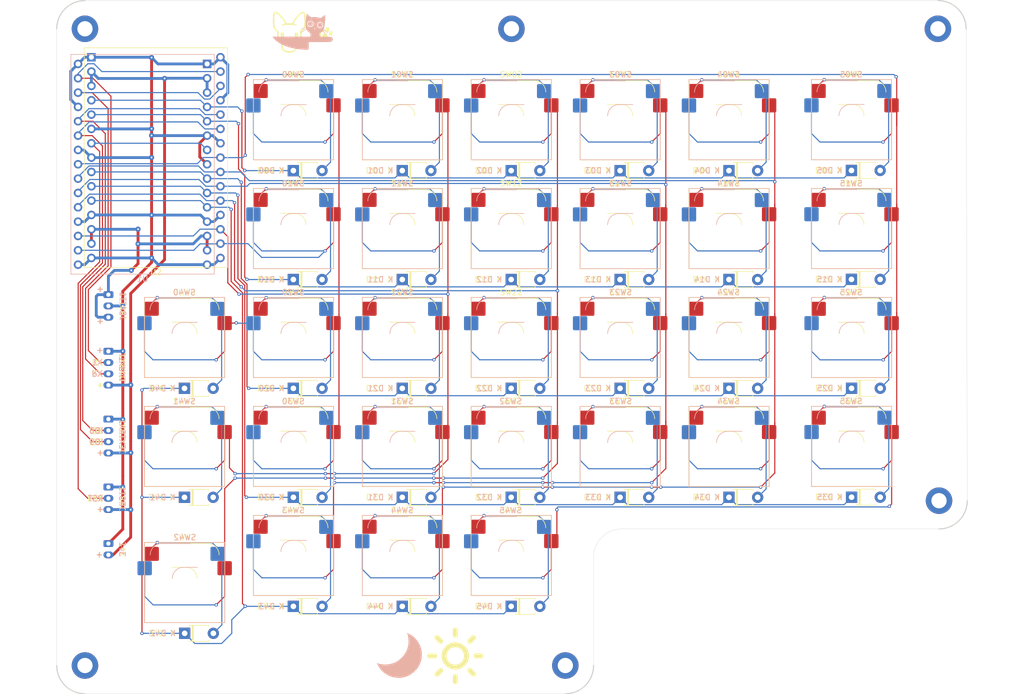
<source format=kicad_pcb>
(kicad_pcb (version 20240108) (generator "pcbnew") (generator_version "8.0")
  (layers (0 "F.Cu" signal) (31 "B.Cu" signal) (34 "B.Paste" user) (35 "F.Paste" user) (36 "B.SilkS" user "B.Silkscreen") (37 "F.SilkS" user "F.Silkscreen") (38 "B.Mask" user) (39 "F.Mask" user) (44 "Edge.Cuts" user))
  (net 0 "")
  (net 1 "GND")
  (net 2 "+3.3V")
  (net 3 "Net-(D00-A)")
  (net 4 "/Row0")
  (net 5 "Net-(D01-A)")
  (net 6 "Net-(D02-A)")
  (net 7 "Net-(D03-A)")
  (net 8 "Net-(D04-A)")
  (net 9 "Net-(D05-A)")
  (net 10 "Net-(D10-A)")
  (net 11 "/Row1")
  (net 12 "Net-(D11-A)")
  (net 13 "Net-(D12-A)")
  (net 14 "Net-(D13-A)")
  (net 15 "Net-(D14-A)")
  (net 16 "Net-(D15-A)")
  (net 17 "/Row2")
  (net 18 "Net-(D20-A)")
  (net 19 "Net-(D21-A)")
  (net 20 "Net-(D22-A)")
  (net 21 "Net-(D23-A)")
  (net 22 "Net-(D24-A)")
  (net 23 "Net-(D25-A)")
  (net 24 "Net-(D30-A)")
  (net 25 "/Row3")
  (net 26 "Net-(D31-A)")
  (net 27 "Net-(D32-A)")
  (net 28 "Net-(D33-A)")
  (net 29 "Net-(D34-A)")
  (net 30 "Net-(D35-A)")
  (net 31 "/Row4")
  (net 32 "Net-(D40-A)")
  (net 33 "Net-(D41-A)")
  (net 34 "Net-(D42-A)")
  (net 35 "Net-(D43-A)")
  (net 36 "Net-(D44-A)")
  (net 37 "Net-(D45-A)")
  (net 38 "+5V")
  (net 39 "/IO8")
  (net 40 "/IO9")
  (net 41 "/RST")
  (net 42 "/RX")
  (net 43 "/TX")
  (net 44 "/Column0")
  (net 45 "/Column1")
  (net 46 "/Column2")
  (net 47 "/Column3")
  (net 48 "/Column4")
  (net 49 "/Column5")
  (footprint "PCM_Switch_Keyboard_Hotswap_Kailh:SW_Hotswap_Kailh_MX_reversible_1.00u" (layer "F.Cu") (at 104.828 95.5)
    (property "Reference" "SW40")
    (property "Value" "SW_Push_45deg")
  )
  (footprint "Connector_JST:JST_PH_S3B-PH-K_1x03_P2.00mm_Horizontal" (layer "F.Cu") (at 91.35 87.9 -90)
    (property "Reference" "JBATT1")
    (property "Value" "Conn_01x03_Pin")
  )
  (footprint "Library:D_T-1_P5.08mm_Horizontal_Double_Silkscreen" (layer "F.Cu") (at 162.704 143.123333)
    (property "Reference" "D45")
    (property "Value" "D_Small")
  )
  (footprint "PCM_Switch_Keyboard_Hotswap_Kailh:SW_Hotswap_Kailh_MX_reversible_1.50u_90deg" (layer "F.Cu") (at 104.862 138.898333)
    (property "Reference" "SW42")
    (property "Value" "SW_Push_45deg")
  )
  (footprint "Library:D_T-1_P5.08mm_Horizontal_Double_Silkscreen" (layer "F.Cu") (at 223.008 123.78)
    (property "Reference" "D35")
    (property "Value" "D_Small")
  )
  (footprint "PCM_Switch_Keyboard_Hotswap_Kailh:SW_Hotswap_Kailh_MX_reversible_1.00u" (layer "F.Cu") (at 162.704 95.5)
    (property "Reference" "SW22")
    (property "Value" "SW_Push_45deg")
  )
  (footprint "PCM_Switch_Keyboard_Hotswap_Kailh:SW_Hotswap_Kailh_MX_reversible_1.00u" (layer "F.Cu") (at 201.288 56.925)
    (property "Reference" "SW04")
    (property "Value" "SW_Push_45deg")
  )
  (footprint "PCM_Switch_Keyboard_Hotswap_Kailh:SW_Hotswap_Kailh_MX_reversible_1.00u" (layer "F.Cu") (at 124.12 56.925)
    (property "Reference" "SW00")
    (property "Value" "SW_Push_45deg")
  )
  (footprint "PCM_Switch_Keyboard_Hotswap_Kailh:SW_Hotswap_Kailh_MX_reversible_1.00u" (layer "F.Cu") (at 162.704 114.805)
    (property "Reference" "SW32")
    (property "Value" "SW_Push_45deg")
  )
  (footprint "Library:D_T-1_P5.08mm_Horizontal_Double_Silkscreen" (layer "F.Cu") (at 143.412 65.925)
    (property "Reference" "D01")
    (property "Value" "D_Small")
  )
  (footprint "Library:D_T-1_P5.08mm_Horizontal_Double_Silkscreen" (layer "F.Cu") (at 124.12 104.5)
    (property "Reference" "D20")
    (property "Value" "D_Small")
  )
  (footprint "PCM_Switch_Keyboard_Hotswap_Kailh:SW_Hotswap_Kailh_MX_reversible_1.00u" (layer "F.Cu") (at 181.996 114.805)
    (property "Reference" "SW33")
    (property "Value" "SW_Push_45deg")
  )
  (footprint "PCM_Switch_Keyboard_Hotswap_Kailh:SW_Hotswap_Kailh_MX_reversible_1.00u" (layer "F.Cu") (at 181.996 56.925)
    (property "Reference" "SW03")
    (property "Value" "SW_Push_45deg")
  )
  (footprint "PCM_Switch_Keyboard_Hotswap_Kailh:SW_Hotswap_Kailh_MX_reversible_1.00u" (layer "F.Cu") (at 124.12 95.5)
    (property "Reference" "SW20")
    (property "Value" "SW_Push_45deg")
  )
  (footprint "Library:D_T-1_P5.08mm_Horizontal_Double_Silkscreen" (layer "F.Cu") (at 104.828 104.5)
    (property "Reference" "D40")
    (property "Value" "D_Small")
  )
  (footprint "PCM_Switch_Keyboard_Hotswap_Kailh:SW_Hotswap_Kailh_MX_reversible_1.25u" (layer "F.Cu") (at 222.988 76.193333)
    (property "Reference" "SW15")
    (property "Value" "SW_Push_45deg")
  )
  (footprint "Library:D_T-1_P5.08mm_Horizontal_Double_Silkscreen" (layer "F.Cu") (at 162.704 65.925)
    (property "Reference" "D02")
    (property "Value" "D_Small")
  )
  (footprint "PCM_Switch_Keyboard_Hotswap_Kailh:SW_Hotswap_Kailh_MX_reversible_1.25u" (layer "F.Cu") (at 223.008 114.78)
    (property "Reference" "SW35")
    (property "Value" "SW_Push_45deg")
  )
  (footprint "PCM_Switch_Keyboard_Hotswap_Kailh:SW_Hotswap_Kailh_MX_reversible_1.00u" (layer "F.Cu") (at 162.704 76.218333)
    (property "Reference" "SW12")
    (property "Value" "SW_Push_45deg")
  )
  (footprint "Connector_JST:JST_PH_S2B-PH-K_1x02_P2.00mm_Horizontal" (layer "F.Cu") (at 91.35 132 -90)
    (property "Reference" "3v1")
    (property "Value" "Conn_01x02_Pin")
  )
  (footprint "LOGO" (layer "F.Cu") (at 152.8 151.9)
    (property "Reference" "G***" (hide yes))
    (property "Value" "LOGO" (hide yes))
  )
  (footprint "Library:D_T-1_P5.08mm_Horizontal_Double_Silkscreen" (layer "F.Cu") (at 162.704 85.218333)
    (property "Reference" "D12")
    (property "Value" "D_Small")
  )
  (footprint "Library:D_T-1_P5.08mm_Horizontal_Double_Silkscreen" (layer "F.Cu") (at 124.12 143.123333)
    (property "Reference" "D43")
    (property "Value" "D_Small")
  )
  (footprint "Library:D_T-1_P5.08mm_Horizontal_Double_Silkscreen" (layer "F.Cu") (at 181.996 85.218333)
    (property "Reference" "D13")
    (property "Value" "D_Small")
  )
  (footprint "PCM_Switch_Keyboard_Hotswap_Kailh:SW_Hotswap_Kailh_MX_reversible_1.00u" (layer "F.Cu") (at 124.12 76.218333)
    (property "Reference" "SW10")
    (property "Value" "SW_Push_45deg")
  )
  (footprint "Connector_JST:JST_PH_S4B-PH-K_1x04_P2.00mm_Horizontal" (layer "F.Cu") (at 91.35 109.95 -90)
    (property "Reference" "JEXTRA1")
    (property "Value" "Conn_01x04_Pin")
  )
  (footprint "PCM_Switch_Keyboard_Hotswap_Kailh:SW_Hotswap_Kailh_MX_reversible_1.00u" (layer "F.Cu") (at 181.996 76.218333)
    (property "Reference" "SW13")
    (property "Value" "SW_Push_45deg")
  )
  (footprint "Library:D_T-1_P5.08mm_Horizontal_Double_Silkscreen" (layer "F.Cu") (at 201.288 123.805)
    (property "Reference" "D34")
    (property "Value" "D_Small")
  )
  (footprint "PCM_Switch_Keyboard_Hotswap_Kailh:SW_Hotswap_Kailh_MX_reversible_1.00u" (layer "F.Cu") (at 143.412 114.805)
    (property "Reference" "SW31")
    (property "Value" "SW_Push_45deg")
  )
  (footprint "Library:D_T-1_P5.08mm_Horizontal_Double_Silkscreen" (layer "F.Cu") (at 201.288 104.5)
    (property "Reference" "D24")
    (property "Value" "D_Small")
  )
  (footprint "Library:D_T-1_P5.08mm_Horizontal_Double_Silkscreen" (layer "F.Cu") (at 143.412 104.5)
    (property "Reference" "D21")
    (property "Value" "D_Small")
  )
  (footprint "PCM_Switch_Keyboard_Hotswap_Kailh:SW_Hotswap_Kailh_MX_reversible_1.00u" (layer "F.Cu") (at 181.996 95.5)
    (property "Reference" "SW23")
    (property "Value" "SW_Push_45deg")
  )
  (footprint "MountingHole:MountingHole_2.7mm_M2.5_DIN965_Pad" (layer "F.Cu") (at 87.2 153.6)
    (property "Reference" "REF**" (hide yes))
    (property "Value" "MountingHole_2.7mm_M2.5_DIN965_Pad")
  )
  (footprint "PCM_Switch_Keyboard_Hotswap_Kailh:SW_Hotswap_Kailh_MX_reversible_1.00u" (layer "F.Cu") (at 104.828 114.805)
    (property "Reference" "SW41")
    (property "Value" "SW_Push_45deg")
  )
  (footprint "Library:D_T-1_P5.08mm_Horizontal_Double_Silkscreen" (layer "F.Cu") (at 162.704 123.805)
    (property "Reference" "D32")
    (property "Value" "D_Small")
  )
  (footprint "PCM_Switch_Keyboard_Hotswap_Kailh:SW_Hotswap_Kailh_MX_reversible_1.00u" (layer "F.Cu") (at 201.288 95.5)
    (property "Reference" "SW24")
    (property "Value" "SW_Push_45deg")
  )
  (footprint "Library:D_T-1_P5.08mm_Horizontal_Double_Silkscreen" (layer "F.Cu") (at 222.988 85.193333)
    (property "Reference" "D15")
    (property "Value" "D_Small")
  )
  (footprint "Library:D_T-1_P5.08mm_Horizontal_Double_Silkscreen" (layer "F.Cu") (at 104.828 123.805)
    (property "Reference" "D41")
    (property "Value" "D_Small")
  )
  (footprint "MountingHole:MountingHole_2.7mm_M2.5_DIN965_Pad" (layer "F.Cu") (at 87.2 40.8)
    (property "Reference" "REF**" (hide yes))
    (property "Value" "MountingHole_2.7mm_M2.5_DIN965_Pad")
  )
  (footprint "Library:D_T-1_P5.08mm_Horizontal_Double_Silkscreen" (layer "F.Cu") (at 201.288 85.218333)
    (property "Reference" "D14")
    (property "Value" "D_Small")
  )
  (footprint "PCM_Switch_Keyboard_Hotswap_Kailh:SW_Hotswap_Kailh_MX_reversible_1.00u" (layer "F.Cu") (at 162.704 56.925)
    (property "Reference" "SW02")
    (property "Value" "SW_Push_45deg")
  )
  (footprint "LOGO" (layer "F.Cu") (at 129.7 41.9)
    (property "Reference" "G***" (hide yes))
    (property "Value" "LOGO" (hide yes))
  )
  (footprint "Library:D_T-1_P5.08mm_Horizontal_Double_Silkscreen" (layer "F.Cu") (at 124.12 123.805)
    (property "Reference" "D30")
    (property "Value" "D_Small")
  )
  (footprint "PCM_Switch_Keyboard_Hotswap_Kailh:SW_Hotswap_Kailh_MX_reversible_1.00u" (layer "F.Cu") (at 143.412 95.5)
    (property "Reference" "SW21")
    (property "Value" "SW_Push_45deg")
  )
  (footprint "LOGO" (layer "F.Cu") (at 123.4 41.4)
    (property "Reference" "G***" (hide yes))
    (property "Value" "LOGO" (hide yes))
  )
  (footprint "PCM_Switch_Keyboard_Hotswap_Kailh:SW_Hotswap_Kailh_MX_reversible_1.00u" (layer "F.Cu") (at 124.12 134.123333)
    (property "Reference" "SW43")
    (property "Value" "SW_Push_45deg")
  )
  (footprint "PCM_Switch_Keyboard_Hotswap_Kailh:SW_Hotswap_Kailh_MX_reversible_1.00u" (layer "F.Cu") (at 201.288 76.218333)
    (property "Reference" "SW14")
    (property "Value" "SW_Push_45deg")
  )
  (footprint "RF_Module:ESP32-C3-DevKitM-1" (layer "F.Cu") (at 88.34 45.84)
    (property "Reference" "U2")
    (property "Value" "ESP32-C3-DevKitM-1")
  )
  (footprint "PCM_Switch_Keyboard_Hotswap_Kailh:SW_Hotswap_Kailh_MX_reversible_1.00u" (layer "F.Cu") (at 143.412 76.218333)
    (property "Reference" "SW11")
    (property "Value" "SW_Push_45deg")
  )
  (footprint "Library:D_T-1_P5.08mm_Horizontal_Double_Silkscreen" (layer "F.Cu") (at 143.412 143.123333)
    (property "Reference" "D44")
    (property "Value" "D_Small")
  )
  (footprint "PCM_Switch_Keyboard_Hotswap_Kailh:SW_Hotswap_Kailh_MX_reversible_1.00u" (layer "F.Cu") (at 162.704 134.123333)
    (property "Reference" "SW45")
    (property "Value" "SW_Push_45deg")
  )
  (footprint "Connector_JST:JST_PH_S4B-PH-K_1x04_P2.00mm_Horizontal" (layer "F.Cu") (at 91.35 97.925 -90)
    (property "Reference" "JTXRX1")
    (property "Value" "Conn_01x04_Pin")
  )
  (footprint "Library:D_T-1_P5.08mm_Horizontal_Double_Silkscreen" (layer "F.Cu") (at 181.996 65.925)
    (property "Reference" "D03")
    (property "Value" "D_Small")
  )
  (footprint "MountingHole:MountingHole_2.7mm_M2.5_DIN965_Pad" (layer "F.Cu") (at 238.5 124.4)
    (property "Reference" "REF**" (hide yes))
    (property "Value" "MountingHole_2.7mm_M2.5_DIN965_Pad")
  )
  (footprint "Library:D_T-1_P5.08mm_Horizontal_Double_Silkscreen" (layer "F.Cu") (at 143.412 123.805)
    (property "Reference" "D31")
    (property "Value" "D_Small")
  )
  (footprint "PCM_Switch_Keyboard_Hotswap_Kailh:SW_Hotswap_Kailh_MX_reversible_1.25u" (layer "F.Cu") (at 222.988 56.9)
    (property "Reference" "SW05")
    (property "Value" "SW_Push_45deg")
  )
  (footprint "Library:D_T-1_P5.08mm_Horizontal_Double_Silkscreen" (layer "F.Cu") (at 124.12 65.925)
    (property "Reference" "D00")
    (property "Value" "D_Small")
  )
  (footprint "Library:D_T-1_P5.08mm_Horizontal_Double_Silkscreen" (layer "F.Cu") (at 201.288 65.925)
    (property "Reference" "D04")
    (property "Value" "D_Small")
  )
  (footprint "Connector_JST:JST_PH_S3B-PH-K_1x03_P2.00mm_Horizontal" (layer "F.Cu") (at 91.35 121.975 -90)
    (property "Reference" "JRST1")
    (property "Value" "Conn_01x03_Pin")
  )
  (footprint "Library:D_T-1_P5.08mm_Horizontal_Double_Silkscreen" (layer "F.Cu") (at 143.412 85.218333)
    (property "Reference" "D11")
    (property "Value" "D_Small")
  )
  (footprint "PCM_Switch_Keyboard_Hotswap_Kailh:SW_Hotswap_Kailh_MX_reversible_1.00u" (layer "F.Cu") (at 201.288 114.805)
    (property "Reference" "SW34")
    (property "Value" "SW_Push_45deg")
  )
  (footprint "Library:D_T-1_P5.08mm_Horizontal_Double_Silkscreen" (layer "F.Cu") (at 222.988 65.9)
    (property "Reference" "D05")
    (property "Value" "D_Small")
  )
  (footprint "PCM_Switch_Keyboard_Hotswap_Kailh:SW_Hotswap_Kailh_MX_reversible_1.00u" (layer "F.Cu") (at 143.412 134.123333)
    (property "Reference" "SW44")
    (property "Value" "SW_Push_45deg")
  )
  (footprint "PCM_Switch_Keyboard_Hotswap_Kailh:SW_Hotswap_Kailh_MX_reversible_1.00u" (layer "F.Cu") (at 124.12 114.805)
    (property "Reference" "SW30")
    (property "Value" "SW_Push_45deg")
  )
  (footprint "MountingHole:MountingHole_2.7mm_M2.5_DIN965_Pad" (layer "F.Cu") (at 238.3 40.8)
    (property "Reference" "REF**" (hide yes))
    (property "Value" "MountingHole_2.7mm_M2.5_DIN965_Pad")
  )
  (footprint "Library:D_T-1_P5.08mm_Horizontal_Double_Silkscreen" (layer "F.Cu") (at 223.008 104.486666)
    (property "Reference" "D25")
    (property "Value" "D_Small")
  )
  (footprint "PCM_Switch_Keyboard_Hotswap_Kailh:SW_Hotswap_Kailh_MX_reversible_1.25u" (layer "F.Cu") (at 223.008 95.486666)
    (property "Reference" "SW25")
    (property "Value" "SW_Push_45deg")
  )
  (footprint "Library:D_T-1_P5.08mm_Horizontal_Double_Silkscreen" (layer "F.Cu") (at 124.12 85.218333)
    (property "Reference" "D10")
    (property "Value" "D_Small")
  )
  (footprint "Library:D_T-1_P5.08mm_Horizontal_Double_Silkscreen" (layer "F.Cu") (at 162.704 104.5)
    (property "Reference" "D22")
    (property "Value" "D_Small")
  )
  (footprint "Library:D_T-1_P5.08mm_Horizontal_Double_Silkscreen" (layer "F.Cu") (at 104.862 147.898333)
    (property "Reference" "D42")
    (property "Value" "D_Small")
  )
  (footprint "PCM_Switch_Keyboard_Hotswap_Kailh:SW_Hotswap_Kailh_MX_reversible_1.00u" (layer "F.Cu") (at 143.412 56.925)
    (property "Reference" "SW01")
    (property "Value" "SW_Push_45deg")
  )
  (footprint "MountingHole:MountingHole_2.7mm_M2.5_DIN965_Pad" (layer "F.Cu") (at 162.75 40.8)
    (property "Reference" "REF**" (hide yes))
    (property "Value" "MountingHole_2.7mm_M2.5_DIN965_Pad")
  )
  (footprint "Library:D_T-1_P5.08mm_Horizontal_Double_Silkscreen" (layer "F.Cu") (at 181.996 123.805)
    (property "Reference" "D33")
    (property "Value" "D_Small")
  )
  (footprint "Library:D_T-1_P5.08mm_Horizontal_Double_Silkscreen" (layer "F.Cu") (at 181.996 104.5)
    (property "Reference" "D23")
    (property "Value" "D_Small")
  )
  (footprint "MountingHole:MountingHole_2.7mm_M2.5_DIN965_Pad" (layer "F.Cu") (at 172.3 153.6)
    (property "Reference" "REF**" (hide yes))
    (property "Value" "MountingHole_2.7mm_M2.5_DIN965_Pad")
  )
  (footprint "LOGO" (layer "B.Cu") (at 125.851624 42.471284 -135)
    (property "Reference" "G***" (hide yes))
    (property "Value" "LOGO" (hide yes))
  )
  (footprint "LOGO" (layer "B.Cu") (at 127.8 40.27383 180)
    (property "Reference" "G***" (hide yes))
    (property "Value" "LOGO" (hide yes))
  )
  (footprint "RF_Module:ESP32-C3-DevKitM-1" (layer "B.Cu") (at 108.834 47.023333 180)
    (property "Reference" "U1")
    (property "Value" "ESP32-C3-DevKitM-1")
  )
  (footprint "LOGO" (layer "B.Cu") (at 142.9 151.8 180)
    (property "Reference" "G***" (hide yes))
    (property "Value" "LOGO" (hide yes))
  )
  (gr_line (start 243.5 124.4) (end 243.3 40.8) (stroke (width 0.05)) (layer "Edge.Cuts"))
  (gr_arc (start 243.5 124.4) (mid 242.035534 127.935534) (end 238.5 129.4) (stroke (width 0.2)) (layer "Edge.Cuts"))
  (gr_arc (start 177.3 134.4) (mid 178.764466 130.864466) (end 182.3 129.4) (stroke (width 0.05)) (layer "Edge.Cuts"))
  (gr_line (start 182.3 129.4) (end 238.5 129.4) (stroke (width 0.05)) (layer "Edge.Cuts"))
  (gr_line (start 238.3 35.8) (end 87.2 35.8) (stroke (width 0.05)) (layer "Edge.Cuts"))
  (gr_line (start 87.2 158.6) (end 172.3 158.6) (stroke (width 0.05)) (layer "Edge.Cuts"))
  (gr_arc (start 177.3 153.6) (mid 175.835534 157.135534) (end 172.3 158.6) (stroke (width 0.2)) (layer "Edge.Cuts"))
  (gr_arc (start 82.2 40.8) (mid 83.664466 37.264466) (end 87.2 35.8) (stroke (width 0.2)) (layer "Edge.Cuts"))
  (gr_line (start 177.3 153.6) (end 177.3 134.4) (stroke (width 0.05)) (layer "Edge.Cuts"))
  (gr_arc (start 238.3 35.8) (mid 241.835534 37.264466) (end 243.3 40.8) (stroke (width 0.2)) (layer "Edge.Cuts"))
  (gr_line (start 82.2 40.8) (end 82.2 153.6) (stroke (width 0.05)) (layer "Edge.Cuts"))
  (gr_arc (start 87.2 158.6) (mid 83.664466 157.135534) (end 82.2 153.6) (stroke (width 0.2)) (layer "Edge.Cuts"))
  (gr_text "+\n" (at 90.35175 97.025 90) (layer "B.SilkS") (effects (font (size 1 1) (thickness 0.2) (bold yes)) (justify left bottom mirror)))
  (gr_text "+\n" (at 89.4 116.7 -90) (layer "B.SilkS") (effects (font (size 1 1) (thickness 0.2) (bold yes)) (justify left bottom mirror)))
  (gr_text "SW10" (at 124.1 68.2 -0) (layer "B.SilkS") (effects (font (size 1 1)) (justify mirror)))
  (gr_text "SW21" (at 143.4 87.476667 -0) (layer "B.SilkS") (effects (font (size 1 1)) (justify mirror)))
  (gr_text "JTXRX1" (at 93.85175 100.8 90) (layer "B.SilkS") (effects (font (size 1 1)) (justify mirror)))
  (gr_text "SW41" (at 104.8 106.8 -0) (layer "B.SilkS") (effects (font (size 1 1)) (justify mirror)))
  (gr_text "SW35" (at 222.9 106.78 -0) (layer "B.SilkS") (effects (font (size 1 1)) (justify mirror)))
  (gr_text "+\n" (at 89.4 126.7 -90) (layer "B.SilkS") (effects (font (size 1 1) (thickness 0.2) (bold yes)) (justify left bottom mirror)))
  (gr_text "SW05" (at 222.92 48.9 -0) (layer "B.SilkS") (effects (font (size 1 1)) (justify mirror)))
  (gr_text "SW14" (at 201.2 68.193333 -0) (layer "B.SilkS") (effects (font (size 1 1)) (justify mirror)))
  (gr_text "IO8" (at 90.57619 112.6 -0) (layer "B.SilkS") (effects (font (size 1 1) (thickness 0.2) (bold yes)) (justify left bottom mirror)))
  (gr_text "RST" (at 90.572 124.6 -0) (layer "B.SilkS") (effects (font (size 1 1) (thickness 0.2) (bold yes)) (justify left bottom mirror)))
  (gr_text "SW31" (at 143.4 106.781667 -0) (layer "B.SilkS") (effects (font (size 1 1)) (justify mirror)))
  (gr_text "SW15" (at 222.92 68.193333 -0) (layer "B.SilkS") (effects (font (size 1 1)) (justify mirror)))
  (gr_text "IO9" (at 90.57619 114.6 -0) (layer "B.SilkS") (effects (font (size 1 1) (thickness 0.2) (bold yes)) (justify left bottom mirror)))
  (gr_text "SW04" (at 201.2 48.9 -0) (layer "B.SilkS") (effects (font (size 1 1)) (justify mirror)))
  (gr_text "TX" (at 88.45175 99.225 180) (layer "B.SilkS") (effects (font (size 1 1) (thickness 0.2) (bold yes)) (justify left bottom mirror)))
  (gr_text "SW42" (at 104.9 130.9 -0) (layer "B.SilkS") (effects (font (size 1 1)) (justify mirror)))
  (gr_text "SW24" (at 201.2 87.475 -0) (layer "B.SilkS") (effects (font (size 1 1)) (justify mirror)))
  (gr_text "JBATT1" (at 93.9 89.9 -90) (layer "B.SilkS") (effects (font (size 1 1)) (justify mirror)))
  (gr_text "SW33" (at 182.1 106.78 -0) (layer "B.SilkS") (effects (font (size 1 1)) (justify mirror)))
  (gr_text "+\n" (at 90.5 134.5 -0) (layer "B.SilkS") (effects (font (size 1 1) (thickness 0.2) (bold yes)) (justify left bottom mirror)))
  (gr_text "SW34" (at 201.2 106.78 -0) (layer "B.SilkS") (effects (font (size 1 1)) (justify mirror)))
  (gr_text "SW45" (at 162.6 126.1 -0) (layer "B.SilkS") (effects (font (size 1 1)) (justify mirror)))
  (gr_text "SW25" (at 222.9 87.486666 -0) (layer "B.SilkS") (effects (font (size 1 1)) (justify mirror)))
  (gr_text "+\n" (at 89.372 87.7 -90) (layer "B.SilkS") (effects (font (size 1 1) (thickness 0.2) (bold yes)) (justify left bottom mirror)))
  (gr_text "SW11" (at 143.4 68.195 -0) (layer "B.SilkS") (effects (font (size 1 1)) (justify mirror)))
  (gr_text "SW30" (at 124.1 106.8 -0) (layer "B.SilkS") (effects (font (size 1 1)) (justify mirror)))
  (gr_text "SW20" (at 124.1 87.5 -0) (layer "B.SilkS") (effects (font (size 1 1)) (justify mirror)))
  (gr_text "SW13" (at 182.1 68.193333 -0) (layer "B.SilkS") (effects (font (size 1 1)) (justify mirror)))
  (gr_text "SW32" (at 162.6 106.781667 -0) (layer "B.SilkS") (effects (font (size 1 1)) (justify mirror)))
  (gr_text "SW43" (at 124.1 126.1 -0) (layer "B.SilkS") (effects (font (size 1 1)) (justify mirror)))
  (gr_text "RX" (at 88.25175 101.225 180) (layer "B.SilkS") (effects (font (size 1 1) (thickness 0.2) (bold yes)) (justify left bottom mirror)))
  (gr_text "SW01" (at 143.4 48.901667 -0) (layer "B.SilkS") (effects (font (size 1 1)) (justify mirror)))
  (gr_text "+\n" (at 89.372 93.4 -90) (layer "B.SilkS") (effects (font (size 1 1) (thickness 0.2) (bold yes)) (justify left bottom mirror)))
  (gr_text "3v1" (at 93.8 133 -90) (layer "B.SilkS") (effects (font (size 1 1)) (justify mirror)))
  (gr_text "SW03" (at 182.1 48.9 -0) (layer "B.SilkS") (effects (font (size 1 1)) (justify mirror)))
  (gr_text "SW40" (at 104.8 87.5 -0) (layer "B.SilkS") (effects (font (size 1 1)) (justify mirror)))
  (gr_text "SW44" (at 143.4 126.1 -0) (layer "B.SilkS") (effects (font (size 1 1)) (justify mirror)))
  (gr_text "SW00" (at 124.1 48.9 -0) (layer "B.SilkS") (effects (font (size 1 1)) (justify mirror)))
  (gr_text "SW23" (at 182.1 87.475 -0) (layer "B.SilkS") (effects (font (size 1 1)) (justify mirror)))
  (gr_text "JEXTRA1" (at 93.8 113 -90) (layer "B.SilkS") (effects (font (size 1 1)) (justify mirror)))
  (gr_text "JRST1" (at 93.8 124 -90) (layer "B.SilkS") (effects (font (size 1 1)) (justify mirror)))
  (gr_text "RST" (at 87.5 124.6 0) (layer "F.SilkS") (effects (font (size 1 1) (thickness 0.2) (bold yes)) (justify left bottom)))
  (gr_text "+\n" (at 90.4 104.7 90) (layer "F.SilkS") (effects (font (size 1 1) (thickness 0.2) (bold yes)) (justify left bottom)))
  (gr_text "+\n" (at 90.4 87.7 90) (layer "F.SilkS") (effects (font (size 1 1) (thickness 0.2) (bold yes)) (justify left bottom)))
  (gr_text "+\n" (at 90.4 116.7 90) (layer "F.SilkS") (effects (font (size 1 1) (thickness 0.2) (bold yes)) (justify left bottom)))
  (gr_text "+\n" (at 89.033905 134.5 0) (layer "F.SilkS") (effects (font (size 1 1) (thickness 0.2) (bold yes)) (justify left bottom)))
  (gr_text "IO9" (at 87.8 114.6 0) (layer "F.SilkS") (effects (font (size 1 1) (thickness 0.2) (bold yes)) (justify left bottom)))
  (gr_text "IO8" (at 87.8 112.6 0) (layer "F.SilkS") (effects (font (size 1 1) (thickness 0.2) (bold yes)) (justify left bottom)))
  (gr_text "+\n" (at 90.4 93.4 90) (layer "F.SilkS") (effects (font (size 1 1) (thickness 0.2) (bold yes)) (justify left bottom)))
  (gr_text "+\n" (at 90.4 126.7 90) (layer "F.SilkS") (effects (font (size 1 1) (thickness 0.2) (bold yes)) (justify left bottom)))
  (gr_text "TX" (at 88.5 102.5 0) (layer "F.SilkS") (effects (font (size 1 1) (thickness 0.2) (bold yes)) (justify left bottom)))
  (gr_text "RX" (at 88.3 100.5 0) (layer "F.SilkS") (effects (font (size 1 1) (thickness 0.2) (bold yes)) (justify left bottom)))
  (segment (start 93.9 108) (end 93.9 110) (width 0.5) (layer "F.Cu") (net 1))
  (segment (start 99 81.4) (end 99 82.2) (width 0.5) (layer "F.Cu") (net 1))
  (segment (start 107.534 61.023333) (end 108.834 59.723333) (width 0.5) (layer "F.Cu") (net 1))
  (segment (start 93.9 87.3) (end 93.9 89.9) (width 0.5) (layer "F.Cu") (net 1))
  (segment (start 99 45.9) (end 99 58.5) (width 0.5) (layer "F.Cu") (net 1))
  (segment (start 93.9 97.9) (end 93.9 108) (width 0.5) (layer "F.Cu") (net 1))
  (segment (start 99 73.8) (end 99 81.4) (width 0.5) (layer "F.Cu") (net 1))
  (segment (start 99 58.5) (end 99 59.7) (width 0.5) (layer "F.Cu") (net 1))
  (segment (start 108.834 64.803333) (end 107.534 63.503333) (width 0.5) (layer "F.Cu") (net 1))
  (segment (start 107.534 63.503333) (end 107.534 61.023333) (width 0.5) (layer "F.Cu") (net 1))
  (segment (start 93.9 120) (end 93.9 122) (width 0.5) (layer "F.Cu") (net 1))
  (segment (start 99 63.6) (end 99 73.8) (width 0.5) (layer "F.Cu") (net 1))
  (segment (start 93.9 110) (end 93.9 120) (width 0.5) (layer "F.Cu") (net 1))
  (segment (start 93.9 129.45) (end 91.35 132) (width 0.5) (layer "F.Cu") (net 1))
  (segment (start 99 59.7) (end 99 63.6) (width 0.5) (layer "F.Cu") (net 1))
  (segment (start 93.9 122) (end 93.9 129.45) (width 0.5) (layer "F.Cu") (net 1))
  (segment (start 99 82.2) (end 93.9 87.3) (width 0.5) (layer "F.Cu") (net 1))
  (segment (start 93.9 89.9) (end 93.9 97.9) (width 0.5) (layer "F.Cu") (net 1))
  (via (at 99 59.7) (size 0.9) (drill 0.3) (layers "F.Cu" "B.Cu") (net 1))
  (via (at 93.9 122) (size 0.9) (drill 0.3) (layers "F.Cu" "B.Cu") (net 1))
  (via (at 93.9 110) (size 0.9) (drill 0.3) (layers "F.Cu" "B.Cu") (net 1))
  (via (at 93.9 97.9) (size 0.9) (drill 0.3) (layers "F.Cu" "B.Cu") (net 1))
  (via (at 99 73.8) (size 0.9) (drill 0.3) (layers "F.Cu" "B.Cu") (net 1))
  (via (at 99 81.4) (size 0.9) (drill 0.3) (layers "F.Cu" "B.Cu") (net 1))
  (via (at 93.9 89.9) (size 0.9) (drill 0.3) (layers "F.Cu" "B.Cu") (net 1))
  (via (at 99 58.5) (size 0.9) (drill 0.3) (layers "F.Cu" "B.Cu") (net 1))
  (via (at 99 63.6) (size 0.9) (drill 0.3) (layers "F.Cu" "B.Cu") (net 1))
  (via (at 99 45.9) (size 0.9) (drill 0.3) (layers "F.Cu" "B.Cu") (net 1))
  (segment (start 112.5 47.14) (end 111.2 45.84) (width 0.5) (layer "B.Cu") (net 1))
  (segment (start 93.875 121.975) (end 93.9 122) (width 0.5) (layer "B.Cu") (net 1))
  (segment (start 91.35 89.9) (end 93.9 89.9) (width 0.5) (layer "B.Cu") (net 1))
  (segment (start 98.98 73.78) (end 99 73.8) (width 0.5) (layer "B.Cu") (net 1))
  (segment (start 98.94 45.84) (end 99 45.9) (width 0.5) (layer "B.Cu") (net 1))
  (segment (start 87.156667 82.583333) (end 88.34 81.4) (width 0.5) (layer "B.Cu") (net 1))
  (segment (start 98.96 58.54) (end 99 58.5) (width 0.5) (layer "B.Cu") (net 1))
  (segment (start 112.5 52.16) (end 112.5 47.14) (width 0.5) (layer "B.Cu") (net 1))
  (segment (start 87.156667 74.963333) (end 88.34 73.78) (width 0.5) (layer "B.Cu") (net 1))
  (segment (start 99.023333 59.723333) (end 99 59.7) (width 0.5) (layer "B.Cu") (net 1))
  (segment (start 100.183333 82.583333) (end 99 81.4) (width 0.5) (layer "B.Cu") (net 1))
  (segment (start 84.674 48.323333) (end 85.974 47.023333) (width 0.5) (layer "B.Cu") (net 1))
  (segment (start 91.35 97.925) (end 93.875 97.925) (width 0.5) (layer "B.Cu") (net 1))
  (segment (start 84.674 53.343333) (end 84.674 48.323333) (width 0.5) (layer "B.Cu") (net 1))
  (segment (start 88.34 45.84) (end 98.94 45.84) (width 0.5) (layer "B.Cu") (net 1))
  (segment (start 111.2 53.46) (end 112.5 52.16) (width 0.5) (layer "B.Cu") (net 1))
  (segment (start 108.834 59.723333) (end 109.843333 59.723333) (width 0.5) (layer "B.Cu") (net 1))
  (segment (start 85.974 74.963333) (end 87.156667 74.963333) (width 0.5) (layer "B.Cu") (net 1))
  (segment (start 88.34 58.54) (end 98.96 58.54) (width 0.5) (layer "B.Cu") (net 1))
  (segment (start 91.35 109.95) (end 93.85 109.95) (width 0.5) (layer "B.Cu") (net 1))
  (segment (start 91.35 121.975) (end 93.875 121.975) (width 0.5) (layer "B.Cu") (net 1))
  (segment (start 85.974 62.263333) (end 86.983333 62.263333) (width 0.5) (layer "B.Cu") (net 1))
  (segment (start 108.834 59.723333) (end 99.023333 59.723333) (width 0.5) (layer "B.Cu") (net 1))
  (segment (start 88.34 81.4) (end 99 81.4) (width 0.5) (layer "B.Cu") (net 1))
  (segment (start 87.157333 45.84) (end 88.34 45.84) (width 0.5) (layer "B.Cu") (net 1))
  (segment (start 108.834 74.963333) (end 107.670667 73.8) (width 0.5) (layer "B.Cu") (net 1))
  (segment (start 110.016667 47.023333) (end 111.2 45.84) (width 0.5) (layer "B.Cu") (net 1))
  (segment (start 86.983333 62.263333) (end 88.34 63.62) (width 0.5) (layer "B.Cu") (net 1))
  (segment (start 110.016667 74.963333) (end 111.2 73.78) (width 0.5) (layer "B.Cu") (net 1))
  (segment (start 88.34 73.78) (end 98.98 73.78) (width 0.5) (layer "B.Cu") (net 1))
  (segment (start 100.123333 47.023333) (end 99 45.9) (width 0.5) (layer "B.Cu") (net 1))
  (segment (start 109.843333 59.723333) (end 111.2 61.08) (width 0.5) (layer "B.Cu") (net 1))
  (segment (start 85.974 47.023333) (end 87.157333 45.84) (width 0.5) (layer "B.Cu") (net 1))
  (segment (start 108.834 47.023333) (end 100.123333 47.023333) (width 0.5) (layer "B.Cu") (net 1))
  (segment (start 108.834 82.583333) (end 110.016667 82.583333) (width 0.5) (layer "B.Cu") (net 1))
  (segment (start 108.834 47.023333) (end 110.016667 47.023333) (width 0.5) (layer "B.Cu") (net 1))
  (segment (start 98.98 63.62) (end 99 63.6) (width 0.5) (layer "B.Cu") (net 1))
  (segment (start 93.85 109.95) (end 93.9 110) (width 0.5) (layer "B.Cu") (net 1))
  (segment (start 88.34 63.62) (end 98.98 63.62) (width 0.5) (layer "B.Cu") (net 1))
  (segment (start 107.670667 73.8) (end 99 73.8) (width 0.5) (layer "B.Cu") (net 1))
  (segment (start 108.834 82.583333) (end 100.183333 82.583333) (width 0.5) (layer "B.Cu") (net 1))
  (segment (start 85.974 82.583333) (end 87.156667 82.583333) (width 0.5) (layer "B.Cu") (net 1))
  (segment (start 108.834 74.963333) (end 110.016667 74.963333) (width 0.5) (layer "B.Cu") (net 1))
  (segment (start 93.875 97.925) (end 93.9 97.9) (width 0.5) (layer "B.Cu") (net 1))
  (segment (start 85.974 54.643333) (end 84.674 53.343333) (width 0.5) (layer "B.Cu") (net 1))
  (segment (start 110.016667 82.583333) (end 111.2 81.4) (width 0.5) (layer "B.Cu") (net 1))
  (segment (start 101.3 81.7) (end 95.3 87.7) (width 0.5) (layer "F.Cu") (net 2))
  (segment (start 95.3 126) (end 95.3 130.875) (width 0.5) (layer "F.Cu") (net 2))
  (segment (start 95.3 101.9) (end 95.3 103.9) (width 0.5) (layer "F.Cu") (net 2))
  (segment (start 101.3 49.6) (end 101.3 81.7) (width 0.5) (layer "F.Cu") (net 2))
  (segment (start 92.175 134) (end 91.35 134) (width 0.5) (layer "F.Cu") (net 2))
  (segment (start 95.3 103.9) (end 95.3 113.9) (width 0.5) (layer "F.Cu") (net 2))
  (segment (start 95.3 87.7) (end 95.3 101.9) (width 0.5) (layer "F.Cu") (net 2))
  (segment (start 95.3 115.9) (end 95.3 126) (width 0.5) (layer "F.Cu") (net 2))
  (segment (start 95.3 113.9) (end 95.3 115.9) (width 0.5) (layer "F.Cu") (net 2))
  (segment (start 95.3 130.875) (end 92.175 134) (width 0.5) (layer "F.Cu") (net 2))
  (via (at 95.3 126) (size 0.9) (drill 0.3) (layers "F.Cu" "B.Cu") (net 2))
  (via (at 95.3 115.9) (size 0.9) (drill 0.3) (layers "F.Cu" "B.Cu") (net 2))
  (via (at 95.3 103.9) (size 0.9) (drill 0.3) (layers "F.Cu" "B.Cu") (net 2))
  (via (at 101.3 49.6) (size 0.9) (drill 0.3) (layers "F.Cu" "B.Cu") (net 2))
  (segment (start 95.25 115.95) (end 95.3 115.9) (width 0.5) (layer "B.Cu") (net 2))
  (segment (start 95.275 103.925) (end 95.3 103.9) (width 0.5) (layer "B.Cu") (net 2))
  (segment (start 95.275 125.975) (end 95.3 126) (width 0.5) (layer "B.Cu") (net 2))
  (segment (start 91.35 115.95) (end 95.25 115.95) (width 0.5) (layer "B.Cu") (net 2))
  (segment (start 88.34 48.38) (end 89.56 49.6) (width 0.5) (layer "B.Cu") (net 2))
  (segment (start 108.834 52.103333) (end 108.834 49.563333) (width 0.5) (layer "B.Cu") (net 2))
  (segment (start 91.35 125.975) (end 95.275 125.975) (width 0.5) (layer "B.Cu") (net 2))
  (segment (start 91.35 103.925) (end 95.275 103.925) (width 0.5) (layer "B.Cu") (net 2))
  (segment (start 89.56 49.6) (end 101.3 49.6) (width 0.5) (layer "B.Cu") (net 2))
  (segment (start 88.34 50.92) (end 88.34 48.38) (width 0.5) (layer "B.Cu") (net 2))
  (segment (start 108.834 49.563333) (end 101.336667 49.563333) (width 0.5) (layer "B.Cu") (net 2))
  (segment (start 101.336667 49.563333) (end 101.3 49.6) (width 0.5) (layer "B.Cu") (net 2))
  (segment (start 119.303 49.845) (end 118.303 50.845) (width 0.2) (layer "F.Cu") (net 3))
  (segment (start 118.303 50.845) (end 118.303 51.82) (width 0.2) (layer "F.Cu") (net 3))
  (via (at 119.303 49.845) (size 0.6) (drill 0.3) (layers "F.Cu" "B.Cu") (net 3))
  (segment (start 128.962 49.845) (end 119.303 49.845) (width 0.2) (layer "B.Cu") (net 3))
  (segment (start 129.962 51.845) (end 129.962 50.845) (width 0.2) (layer "B.Cu") (net 3))
  (segment (start 130.7 64.425) (end 130.7 52.607) (width 0.2) (layer "B.Cu") (net 3))
  (segment (start 129.2 65.925) (end 130.7 64.425) (width 0.2) (layer "B.Cu") (net 3))
  (segment (start 130.7 52.607) (end 129.962 51.845) (width 0.2) (layer "B.Cu") (net 3))
  (segment (start 129.962 50.845) (end 128.962 49.845) (width 0.2) (layer "B.Cu") (net 3))
  (segment (start 115 65.4) (end 115.5 65.9) (width 0.2) (layer "F.Cu") (net 4))
  (segment (start 115 55.4) (end 115 65.4) (width 0.2) (layer "F.Cu") (net 4))
  (via (at 115.5 65.9) (size 0.6) (drill 0.3) (layers "F.Cu" "B.Cu") (net 4))
  (via (at 115 55.4) (size 0.6) (drill 0.3) (layers "F.Cu" "B.Cu") (net 4))
  (segment (start 201.288 65.925) (end 202.588 67.225) (width 0.2) (layer "B.Cu") (net 4))
  (segment (start 202.588 67.225) (end 221.663 67.225) (width 0.2) (layer "B.Cu") (net 4))
  (segment (start 124.12 65.925) (end 125.42 67.225) (width 0.2) (layer "B.Cu") (net 4))
  (segment (start 143.412 65.925) (end 144.712 67.225) (width 0.2) (layer "B.Cu") (net 4))
  (segment (start 221.663 67.225) (end 222.988 65.9) (width 0.2) (layer "B.Cu") (net 4))
  (segment (start 199.988 67.225) (end 201.288 65.925) (width 0.2) (layer "B.Cu") (net 4))
  (segment (start 162.704 65.925) (end 164.004 67.225) (width 0.2) (layer "B.Cu") (net 4))
  (segment (start 144.712 67.225) (end 161.404 67.225) (width 0.2) (layer "B.Cu") (net 4))
  (segment (start 142.112 67.225) (end 143.412 65.925) (width 0.2) (layer "B.Cu") (net 4))
  (segment (start 115.5 65.9) (end 115.525 65.925) (width 0.2) (layer "B.Cu") (net 4))
  (segment (start 107.650667 53.46) (end 108.834 54.643333) (width 0.2) (layer "B.Cu") (net 4))
  (segment (start 114.243333 54.643333) (end 115 55.4) (width 0.2) (layer "B.Cu") (net 4))
  (segment (start 88.34 53.46) (end 107.650667 53.46) (width 0.2) (layer "B.Cu") (net 4))
  (segment (start 164.004 67.225) (end 180.696 67.225) (width 0.2) (layer "B.Cu") (net 4))
  (segment (start 115.525 65.925) (end 124.12 65.925) (width 0.2) (layer "B.Cu") (net 4))
  (segment (start 125.42 67.225) (end 142.112 67.225) (width 0.2) (layer "B.Cu") (net 4))
  (segment (start 108.834 54.643333) (end 114.243333 54.643333) (width 0.2) (layer "B.Cu") (net 4))
  (segment (start 180.696 67.225) (end 181.996 65.925) (width 0.2) (layer "B.Cu") (net 4))
  (segment (start 183.296 67.225) (end 199.988 67.225) (width 0.2) (layer "B.Cu") (net 4))
  (segment (start 161.404 67.225) (end 162.704 65.925) (width 0.2) (layer "B.Cu") (net 4))
  (segment (start 181.996 65.925) (end 183.296 67.225) (width 0.2) (layer "B.Cu") (net 4))
  (segment (start 138.595 49.845) (end 137.595 50.845) (width 0.2) (layer "F.Cu") (net 5))
  (segment (start 137.595 50.845) (end 137.595 51.82) (width 0.2) (layer "F.Cu") (net 5))
  (via (at 138.595 49.845) (size 0.6) (drill 0.3) (layers "F.Cu" "B.Cu") (net 5))
  (segment (start 149.254 51.845) (end 149.254 50.845) (width 0.2) (layer "B.Cu") (net 5))
  (segment (start 149.992 52.607) (end 149.254 51.845) (width 0.2) (layer "B.Cu") (net 5))
  (segment (start 148.254 49.845) (end 138.595 49.845) (width 0.2) (layer "B.Cu") (net 5))
  (segment (start 149.992 64.425) (end 149.992 52.607) (width 0.2) (layer "B.Cu") (net 5))
  (segment (start 149.254 50.845) (end 148.254 49.845) (width 0.2) (layer "B.Cu") (net 5))
  (segment (start 148.492 65.925) (end 149.992 64.425) (width 0.2) (layer "B.Cu") (net 5))
  (segment (start 157.887 49.845) (end 156.887 50.845) (width 0.2) (layer "F.Cu") (net 6))
  (segment (start 156.887 50.845) (end 156.887 51.82) (width 0.2) (layer "F.Cu") (net 6))
  (via (at 157.887 49.845) (size 0.6) (drill 0.3) (layers "F.Cu" "B.Cu") (net 6))
  (segment (start 167.546 49.845) (end 157.887 49.845) (width 0.2) (layer "B.Cu") (net 6))
  (segment (start 168.546 51.845) (end 168.546 50.845) (width 0.2) (layer "B.Cu") (net 6))
  (segment (start 167.784 65.925) (end 169.284 64.425) (width 0.2) (layer "B.Cu") (net 6))
  (segment (start 168.546 50.845) (end 167.546 49.845) (width 0.2) (layer "B.Cu") (net 6))
  (segment (start 169.284 52.607) (end 168.546 51.845) (width 0.2) (layer "B.Cu") (net 6))
  (segment (start 169.284 64.425) (end 169.284 52.607) (width 0.2) (layer "B.Cu") (net 6))
  (segment (start 177.179 49.845) (end 176.179 50.845) (width 0.2) (layer "F.Cu") (net 7))
  (segment (start 176.179 50.845) (end 176.179 51.82) (width 0.2) (layer "F.Cu") (net 7))
  (via (at 177.179 49.845) (size 0.6) (drill 0.3) (layers "F.Cu" "B.Cu") (net 7))
  (segment (start 187.076 65.925) (end 188.576 64.425) (width 0.2) (layer "B.Cu") (net 7))
  (segment (start 187.838 50.845) (end 186.838 49.845) (width 0.2) (layer "B.Cu") (net 7))
  (segment (start 187.838 51.845) (end 187.838 50.845) (width 0.2) (layer "B.Cu") (net 7))
  (segment (start 188.576 52.607) (end 187.838 51.845) (width 0.2) (layer "B.Cu") (net 7))
  (segment (start 186.838 49.845) (end 177.179 49.845) (width 0.2) (layer "B.Cu") (net 7))
  (segment (start 188.576 64.425) (end 188.576 52.607) (width 0.2) (layer "B.Cu") (net 7))
  (segment (start 195.471 50.845) (end 195.471 51.82) (width 0.2) (layer "F.Cu") (net 8))
  (segment (start 196.471 49.845) (end 195.471 50.845) (width 0.2) (layer "F.Cu") (net 8))
  (via (at 196.471 49.845) (size 0.6) (drill 0.3) (layers "F.Cu" "B.Cu") (net 8))
  (segment (start 207.13 50.845) (end 206.13 49.845) (width 0.2) (layer "B.Cu") (net 8))
  (segment (start 206.368 65.925) (end 207.868 64.425) (width 0.2) (layer "B.Cu") (net 8))
  (segment (start 207.13 51.845) (end 207.13 50.845) (width 0.2) (layer "B.Cu") (net 8))
  (segment (start 207.868 64.425) (end 207.868 52.607) (width 0.2) (layer "B.Cu") (net 8))
  (segment (start 207.868 52.607) (end 207.13 51.845) (width 0.2) (layer "B.Cu") (net 8))
  (segment (start 206.13 49.845) (end 196.471 49.845) (width 0.2) (layer "B.Cu") (net 8))
  (segment (start 217.156 50.82) (end 217.156 51.82) (width 0.2) (layer "F.Cu") (net 9))
  (segment (start 218.156 49.82) (end 217.156 50.82) (width 0.2) (layer "F.Cu") (net 9))
  (via (at 218.156 49.82) (size 0.6) (drill 0.3) (layers "F.Cu" "B.Cu") (net 9))
  (segment (start 228.83 50.82) (end 227.83 49.82) (width 0.2) (layer "B.Cu") (net 9))
  (segment (start 229.568 64.4) (end 229.568 52.582) (width 0.2) (layer "B.Cu") (net 9))
  (segment (start 229.568 52.582) (end 228.83 51.82) (width 0.2) (layer "B.Cu") (net 9))
  (segment (start 227.83 49.82) (end 218.156 49.82) (width 0.2) (layer "B.Cu") (net 9))
  (segment (start 228.83 51.82) (end 228.83 50.82) (width 0.2) (layer "B.Cu") (net 9))
  (segment (start 228.068 65.9) (end 229.568 64.4) (width 0.2) (layer "B.Cu") (net 9))
  (segment (start 119.303 69.138333) (end 118.303 70.138333) (width 0.2) (layer "F.Cu") (net 10))
  (segment (start 118.303 70.138333) (end 118.303 71.113333) (width 0.2) (layer "F.Cu") (net 10))
  (via (at 119.303 69.138333) (size 0.6) (drill 0.3) (layers "F.Cu" "B.Cu") (net 10))
  (segment (start 130.7 83.718333) (end 130.7 71.900333) (width 0.2) (layer "B.Cu") (net 10))
  (segment (start 130.7 71.900333) (end 129.962 71.138333) (width 0.2) (layer "B.Cu") (net 10))
  (segment (start 128.962 69.138333) (end 119.303 69.138333) (width 0.2) (layer "B.Cu") (net 10))
  (segment (start 129.962 71.138333) (end 129.962 70.138333) (width 0.2) (layer "B.Cu") (net 10))
  (segment (start 129.962 70.138333) (end 128.962 69.138333) (width 0.2) (layer "B.Cu") (net 10))
  (segment (start 129.2 85.218333) (end 130.7 83.718333) (width 0.2) (layer "B.Cu") (net 10))
  (segment (start 115.5 66.748529) (end 115.5 66.8) (width 0.2) (layer "F.Cu") (net 11))
  (segment (start 114.4 65.648529) (end 115.5 66.748529) (width 0.2) (layer "F.Cu") (net 11))
  (segment (start 115.5 66.8) (end 115.5 84.8) (width 0.2) (layer "F.Cu") (net 11))
  (segment (start 115.5 84.8) (end 115.9 85.2) (width 0.2) (layer "F.Cu") (net 11))
  (segment (start 114.4 57.6) (end 114.4 65.648529) (width 0.2) (layer "F.Cu") (net 11))
  (via (at 114.4 57.6) (size 0.6) (drill 0.3) (layers "F.Cu" "B.Cu") (net 11))
  (via (at 115.9 85.2) (size 0.6) (drill 0.3) (layers "F.Cu" "B.Cu") (net 11))
  (segment (start 115.918333 85.218333) (end 124.12 85.218333) (width 0.2) (layer "B.Cu") (net 11))
  (segment (start 183.296 86.518333) (end 199.988 86.518333) (width 0.2) (layer "B.Cu") (net 11))
  (segment (start 201.288 85.218333) (end 202.588 86.518333) (width 0.2) (layer "B.Cu") (net 11))
  (segment (start 113.983333 57.183333) (end 114.4 57.6) (width 0.2) (layer "B.Cu") (net 11))
  (segment (start 107.650667 56) (end 108.834 57.183333) (width 0.2) (layer "B.Cu") (net 11))
  (segment (start 162.704 85.218333) (end 164.004 86.518333) (width 0.2) (layer "B.Cu") (net 11))
  (segment (start 164.004 86.518333) (end 180.696 86.518333) (width 0.2) (layer "B.Cu") (net 11))
  (segment (start 142.112 86.518333) (end 143.412 85.218333) (width 0.2) (layer "B.Cu") (net 11))
  (segment (start 143.412 85.218333) (end 144.712 86.518333) (width 0.2) (layer "B.Cu") (net 11))
  (segment (start 180.696 86.518333) (end 181.996 85.218333) (width 0.2) (layer "B.Cu") (net 11))
  (segment (start 221.663 86.518333) (end 222.988 85.193333) (width 0.2) (layer "B.Cu") (net 11))
  (segment (start 199.988 86.518333) (end 201.288 85.218333) (width 0.2) (layer "B.Cu") (net 11))
  (segment (start 181.996 85.218333) (end 183.296 86.518333) (width 0.2) (layer "B.Cu") (net 11))
  (segment (start 144.712 86.518333) (end 161.404 86.518333) (width 0.2) (layer "B.Cu") (net 11))
  (segment (start 108.834 57.183333) (end 113.983333 57.183333) (width 0.2) (layer "B.Cu") (net 11))
  (segment (start 125.42 86.518333) (end 142.112 86.518333) (width 0.2) (layer "B.Cu") (net 11))
  (segment (start 124.12 85.218333) (end 125.42 86.518333) (width 0.2) (layer "B.Cu") (net 11))
  (segment (start 161.404 86.518333) (end 162.704 85.218333) (width 0.2) (layer "B.Cu") (net 11))
  (segment (start 202.588 86.518333) (end 221.663 86.518333) (width 0.2) (layer "B.Cu") (net 11))
  (segment (start 115.9 85.2) (end 115.918333 85.218333) (width 0.2) (layer "B.Cu") (net 11))
  (segment (start 88.34 56) (end 107.650667 56) (width 0.2) (layer "B.Cu") (net 11))
  (segment (start 137.595 70.138333) (end 137.595 71.113333) (width 0.2) (layer "F.Cu") (net 12))
  (segment (start 138.595 69.138333) (end 137.595 70.138333) (width 0.2) (layer "F.Cu") (net 12))
  (via (at 138.595 69.138333) (size 0.6) (drill 0.3) (layers "F.Cu" "B.Cu") (net 12))
  (segment (start 149.254 70.138333) (end 148.254 69.138333) (width 0.2) (layer "B.Cu") (net 12))
  (segment (start 148.492 85.218333) (end 149.992 83.718333) (width 0.2) (layer "B.Cu") (net 12))
  (segment (start 149.254 71.138333) (end 149.254 70.138333) (width 0.2) (layer "B.Cu") (net 12))
  (segment (start 148.254 69.138333) (end 138.595 69.138333) (width 0.2) (layer "B.Cu") (net 12))
  (segment (start 149.992 71.900333) (end 149.254 71.138333) (width 0.2) (layer "B.Cu") (net 12))
  (segment (start 149.992 83.718333) (end 149.992 71.900333) (width 0.2) (layer "B.Cu") (net 12))
  (segment (start 157.887 69.138333) (end 156.887 70.138333) (width 0.2) (layer "F.Cu") (net 13))
  (segment (start 156.887 70.138333) (end 156.887 71.113333) (width 0.2) (layer "F.Cu") (net 13))
  (via (at 157.887 69.138333) (size 0.6) (drill 0.3) (layers "F.Cu" "B.Cu") (net 13))
  (segment (start 169.284 83.718333) (end 169.284 71.900333) (width 0.2) (layer "B.Cu") (net 13))
  (segment (start 167.546 69.138333) (end 157.887 69.138333) (width 0.2) (layer "B.Cu") (net 13))
  (segment (start 167.784 85.218333) (end 169.284 83.718333) (width 0.2) (layer "B.Cu") (net 13))
  (segment (start 169.284 71.900333) (end 168.546 71.138333) (width 0.2) (layer "B.Cu") (net 13))
  (segment (start 168.546 70.138333) (end 167.546 69.138333) (width 0.2) (layer "B.Cu") (net 13))
  (segment (start 168.546 71.138333) (end 168.546 70.138333) (width 0.2) (layer "B.Cu") (net 13))
  (segment (start 176.179 70.138333) (end 176.179 71.113333) (width 0.2) (layer "F.Cu") (net 14))
  (segment (start 177.179 69.138333) (end 176.179 70.138333) (width 0.2) (layer "F.Cu") (net 14))
  (via (at 177.179 69.138333) (size 0.6) (drill 0.3) (layers "F.Cu" "B.Cu") (net 14))
  (segment (start 188.576 83.718333) (end 188.576 71.900333) (width 0.2) (layer "B.Cu") (net 14))
  (segment (start 186.838 69.138333) (end 177.179 69.138333) (width 0.2) (layer "B.Cu") (net 14))
  (segment (start 187.076 85.218333) (end 188.576 83.718333) (width 0.2) (layer "B.Cu") (net 14))
  (segment (start 188.576 71.900333) (end 187.838 71.138333) (width 0.2) (layer "B.Cu") (net 14))
  (segment (start 187.838 71.138333) (end 187.838 70.138333) (width 0.2) (layer "B.Cu") (net 14))
  (segment (start 187.838 70.138333) (end 186.838 69.138333) (width 0.2) (layer "B.Cu") (net 14))
  (segment (start 195.471 70.138333) (end 195.471 71.113333) (width 0.2) (layer "F.Cu") (net 15))
  (segment (start 196.471 69.138333) (end 195.471 70.138333) (width 0.2) (layer "F.Cu") (net 15))
  (via (at 196.471 69.138333) (size 0.6) (drill 0.3) (layers "F.Cu" "B.Cu") (net 15))
  (segment (start 206.13 69.138333) (end 196.471 69.138333) (width 0.2) (layer "B.Cu") (net 15))
  (segment (start 207.13 70.138333) (end 206.13 69.138333) (width 0.2) (layer "B.Cu") (net 15))
  (segment (start 206.368 85.218333) (end 207.868 83.718333) (width 0.2) (layer "B.Cu") (net 15))
  (segment (start 207.868 83.718333) (end 207.868 71.900333) (width 0.2) (layer "B.Cu") (net 15))
  (segment (start 207.13 71.138333) (end 207.13 70.138333) (width 0.2) (layer "B.Cu") (net 15))
  (segment (start 207.868 71.900333) (end 207.13 71.138333) (width 0.2) (layer "B.Cu") (net 15))
  (segment (start 217.156 70.113333) (end 217.156 71.113333) (width 0.2) (layer "F.Cu") (net 16))
  (segment (start 218.156 69.113333) (end 217.156 70.113333) (width 0.2) (layer "F.Cu") (net 16))
  (via (at 218.156 69.113333) (size 0.6) (drill 0.3) (layers "F.Cu" "B.Cu") (net 16))
  (segment (start 229.568 71.875333) (end 228.83 71.113333) (width 0.2) (layer "B.Cu") (net 16))
  (segment (start 228.83 70.113333) (end 227.83 69.113333) (width 0.2) (layer "B.Cu") (net 16))
  (segment (start 228.068 85.193333) (end 229.568 83.693333) (width 0.2) (layer "B.Cu") (net 16))
  (segment (start 227.83 69.113333) (end 218.156 69.113333) (width 0.2) (layer "B.Cu") (net 16))
  (segment (start 228.83 71.113333) (end 228.83 70.113333) (width 0.2) (layer "B.Cu") (net 16))
  (segment (start 229.568 83.693333) (end 229.568 71.875333) (width 0.2) (layer "B.Cu") (net 16))
  (segment (start 115.9 104.2) (end 116.2 104.5) (width 0.2) (layer "F.Cu") (net 17))
  (segment (start 114.9 85.048529) (end 115.9 86.048529) (width 0.2) (layer "F.Cu") (net 17))
  (segment (start 114.9 68) (end 114.9 85.048529) (width 0.2) (layer "F.Cu") (net 17))
  (segment (start 115.9 86.1) (end 115.9 104.2) (width 0.2) (layer "F.Cu") (net 17))
  (segment (start 115.9 86.048529) (end 115.9 86.1) (width 0.2) (layer "F.Cu") (net 17))
  (via (at 116.2 104.5) (size 0.6) (drill 0.3) (layers "F.Cu" "B.Cu") (net 17))
  (via (at 114.9 68) (size 0.6) (drill 0.3) (layers "F.Cu" "B.Cu") (net 17))
  (segment (start 124.12 104.5) (end 125.42 105.8) (width 0.2) (layer "B.Cu") (net 17))
  (segment (start 199.988 105.8) (end 201.288 104.5) (width 0.2) (layer "B.Cu") (net 17))
  (segment (start 181.996 104.5) (end 183.296 105.8) (width 0.2) (layer "B.Cu") (net 17))
  (segment (start 162.704 104.5) (end 164.004 105.8) (width 0.2) (layer "B.Cu") (net 17))
  (segment (start 201.288 104.5) (end 202.588 105.8) (width 0.2) (layer "B.Cu") (net 17))
  (segment (start 221.694666 105.8) (end 223.008 104.486666) (width 0.2) (layer "B.Cu") (net 17))
  (segment (start 142.112 105.8) (end 143.412 104.5) (width 0.2) (layer "B.Cu") (net 17))
  (segment (start 144.712 105.8) (end 161.404 105.8) (width 0.2) (layer "B.Cu") (net 17))
  (segment (start 164.004 105.8) (end 180.696 105.8) (width 0.2) (layer "B.Cu") (net 17))
  (segment (start 183.296 105.8) (end 199.988 105.8) (width 0.2) (layer "B.Cu") (net 17))
  (segment (start 180.696 105.8) (end 181.996 104.5) (width 0.2) (layer "B.Cu") (net 17))
  (segment (start 202.588 105.8) (end 221.694666 105.8) (width 0.2) (layer "B.Cu") (net 17))
  (segment (start 114.243333 67.343333) (end 114.9 68) (width 0.2) (layer "B.Cu") (net 17))
  (segment (start 125.42 105.8) (end 142.112 105.8) (width 0.2) (layer "B.Cu") (net 17))
  (segment (start 143.412 104.5) (end 144.712 105.8) (width 0.2) (layer "B.Cu") (net 17))
  (segment (start 161.404 105.8) (end 162.704 104.5) (width 0.2) (layer "B.Cu") (net 17))
  (segment (start 116.2 104.5) (end 124.12 104.5) (width 0.2) (layer "B.Cu") (net 17))
  (segment (start 108.834 67.343333) (end 114.243333 67.343333) (width 0.2) (layer "B.Cu") (net 17))
  (segment (start 107.650667 66.16) (end 108.834 67.343333) (width 0.2) (layer "B.Cu") (net 17))
  (segment (start 88.34 66.16) (end 107.650667 66.16) (width 0.2) (layer "B.Cu") (net 17))
  (segment (start 119.303 88.42) (end 118.303 89.42) (width 0.2) (layer "F.Cu") (net 18))
  (segment (start 118.303 89.42) (end 118.303 90.395) (width 0.2) (layer "F.Cu") (net 18))
  (via (at 119.303 88.42) (size 0.6) (drill 0.3) (layers "F.Cu" "B.Cu") (net 18))
  (segment (start 129.962 89.42) (end 128.962 88.42) (width 0.2) (layer "B.Cu") (net 18))
  (segment (start 130.7 103) (end 130.7 91.182) (width 0.2) (layer "B.Cu") (net 18))
  (segment (start 129.2 104.5) (end 130.7 103) (width 0.2) (layer "B.Cu") (net 18))
  (segment (start 128.962 88.42) (end 119.303 88.42) (width 0.2) (layer "B.Cu") (net 18))
  (segment (start 130.7 91.182) (end 129.962 90.42) (width 0.2) (layer "B.Cu") (net 18))
  (segment (start 129.962 90.42) (end 129.962 89.42) (width 0.2) (layer "B.Cu") (net 18))
  (segment (start 138.595 88.42) (end 137.595 89.42) (width 0.2) (layer "F.Cu") (net 19))
  (segment (start 137.595 89.42) (end 137.595 90.395) (width 0.2) (layer "F.Cu") (net 19))
  (via (at 138.595 88.42) (size 0.6) (drill 0.3) (layers "F.Cu" "B.Cu") (net 19))
  (segment (start 149.254 90.42) (end 149.254 89.42) (width 0.2) (layer "B.Cu") (net 19))
  (segment (start 148.492 104.5) (end 149.992 103) (width 0.2) (layer "B.Cu") (net 19))
  (segment (start 149.254 89.42) (end 148.254 88.42) (width 0.2) (layer "B.Cu") (net 19))
  (segment (start 149.992 91.182) (end 149.254 90.42) (width 0.2) (layer "B.Cu") (net 19))
  (segment (start 149.992 103) (end 149.992 91.182) (width 0.2) (layer "B.Cu") (net 19))
  (segment (start 148.254 88.42) (end 138.595 88.42) (width 0.2) (layer "B.Cu") (net 19))
  (segment (start 156.887 89.42) (end 156.887 90.395) (width 0.2) (layer "F.Cu") (net 20))
  (segment (start 157.887 88.42) (end 156.887 89.42) (width 0.2) (layer "F.Cu") (net 20))
  (via (at 157.887 88.42) (size 0.6) (drill 0.3) (layers "F.Cu" "B.Cu") (net 20))
  (segment (start 169.284 103) (end 169.284 91.182) (width 0.2) (layer "B.Cu") (net 20))
  (segment (start 167.546 88.42) (end 157.887 88.42) (width 0.2) (layer "B.Cu") (net 20))
  (segment (start 169.284 91.182) (end 168.546 90.42) (width 0.2) (layer "B.Cu") (net 20))
  (segment (start 167.784 104.5) (end 169.284 103) (width 0.2) (layer "B.Cu") (net 20))
  (segment (start 168.546 89.42) (end 167.546 88.42) (width 0.2) (layer "B.Cu") (net 20))
  (segment (start 168.546 90.42) (end 168.546 89.42) (width 0.2) (layer "B.Cu") (net 20))
  (segment (start 177.179 88.42) (end 176.179 89.42) (width 0.2) (layer "F.Cu") (net 21))
  (segment (start 176.179 89.42) (end 176.179 90.395) (width 0.2) (layer "F.Cu") (net 21))
  (via (at 177.179 88.42) (size 0.6) (drill 0.3) (layers "F.Cu" "B.Cu") (net 21))
  (segment (start 187.076 104.5) (end 188.576 103) (width 0.2) (layer "B.Cu") (net 21))
  (segment (start 187.838 89.42) (end 186.838 88.42) (width 0.2) (layer "B.Cu") (net 21))
  (segment (start 187.838 90.42) (end 187.838 89.42) (width 0.2) (layer "B.Cu") (net 21))
  (segment (start 186.838 88.42) (end 177.179 88.42) (width 0.2) (layer "B.Cu") (net 21))
  (segment (start 188.576 91.182) (end 187.838 90.42) (width 0.2) (layer "B.Cu") (net 21))
  (segment (start 188.576 103) (end 188.576 91.182) (width 0.2) (layer "B.Cu") (net 21))
  (segment (start 196.471 88.42) (end 195.471 89.42) (width 0.2) (layer "F.Cu") (net 22))
  (segment (start 195.471 89.42) (end 195.471 90.395) (width 0.2) (layer "F.Cu") (net 22))
  (via (at 196.471 88.42) (size 0.6) (drill 0.3) (layers "F.Cu" "B.Cu") (net 22))
  (segment (start 207.868 91.182) (end 207.13 90.42) (width 0.2) (layer "B.Cu") (net 22))
  (segment (start 207.13 89.42) (end 206.13 88.42) (width 0.2) (layer "B.Cu") (net 22))
  (segment (start 207.868 103) (end 207.868 91.182) (width 0.2) (layer "B.Cu") (net 22))
  (segment (start 207.13 90.42) (end 207.13 89.42) (width 0.2) (layer "B.Cu") (net 22))
  (segment (start 206.13 88.42) (end 196.471 88.42) (width 0.2) (layer "B.Cu") (net 22))
  (segment (start 206.368 104.5) (end 207.868 103) (width 0.2) (layer "B.Cu") (net 22))
  (segment (start 217.176 89.406666) (end 217.176 90.406666) (width 0.2) (layer "F.Cu") (net 23))
  (segment (start 218.176 88.406666) (end 217.176 89.406666) (width 0.2) (layer "F.Cu") (net 23))
  (via (at 218.176 88.406666) (size 0.6) (drill 0.3) (layers "F.Cu" "B.Cu") (net 23))
  (segment (start 228.85 89.406666) (end 227.85 88.406666) (width 0.2) (layer "B.Cu") (net 23))
  (segment (start 229.588 91.168666) (end 228.85 90.406666) (width 0.2) (layer "B.Cu") (net 23))
  (segment (start 228.088 104.486666) (end 229.588 102.986666) (width 0.2) (layer "B.Cu") (net 23))
  (segment (start 229.588 102.986666) (end 229.588 91.168666) (width 0.2) (layer "B.Cu") (net 23))
  (segment (start 228.85 90.406666) (end 228.85 89.406666) (width 0.2) (layer "B.Cu") (net 23))
  (segment (start 227.85 88.406666) (end 218.176 88.406666) (width 0.2) (layer "B.Cu") (net 23))
  (segment (start 118.303 108.725) (end 118.303 109.7) (width 0.2) (layer "F.Cu") (net 24))
  (segment (start 119.303 107.725) (end 118.303 108.725) (width 0.2) (layer "F.Cu") (net 24))
  (via (at 119.303 107.725) (size 0.6) (drill 0.3) (layers "F.Cu" "B.Cu") (net 24))
  (segment (start 130.7 110.487) (end 129.962 109.725) (width 0.2) (layer "B.Cu") (net 24))
  (segment (start 129.962 108.725) (end 128.962 107.725) (width 0.2) (layer "B.Cu") (net 24))
  (segment (start 129.2 123.805) (end 130.7 122.305) (width 0.2) (layer "B.Cu") (net 24))
  (segment (start 129.962 109.725) (end 129.962 108.725) (width 0.2) (layer "B.Cu") (net 24))
  (segment (start 128.962 107.725) (end 119.303 107.725) (width 0.2) (layer "B.Cu") (net 24))
  (segment (start 130.7 122.305) (end 130.7 110.487) (width 0.2) (layer "B.Cu") (net 24))
  (segment (start 115.5 86.265685) (end 115.5 123.5) (width 0.2) (layer "F.Cu") (net 25))
  (segment (start 115.5 123.5) (end 115.8 123.8) (width 0.2) (layer "F.Cu") (net 25))
  (segment (start 114.3 85.065685) (end 115.5 86.265685) (width 0.2) (layer "F.Cu") (net 25))
  (segment (start 114.3 70.3) (end 114.3 85.065685) (width 0.2) (layer "F.Cu") (net 25))
  (via (at 115.8 123.8) (size 0.6) (drill 0.3) (layers "F.Cu" "B.Cu") (net 25))
  (via (at 114.3 70.3) (size 0.6) (drill 0.3) (layers "F.Cu" "B.Cu") (net 25))
  (segment (start 142.112 125.105) (end 143.412 123.805) (width 0.2) (layer "B.Cu") (net 25))
  (segment (start 162.704 123.805) (end 164.004 125.105) (width 0.2) (layer "B.Cu") (net 25))
  (segment (start 108.834 69.883333) (end 113.883333 69.883333) (width 0.2) (layer "B.Cu") (net 25))
  (segment (start 180.696 125.105) (end 181.996 123.805) (width 0.2) (layer "B.Cu") (net 25))
  (segment (start 181.996 123.805) (end 183.296 125.105) (width 0.2) (layer "B.Cu") (net 25))
  (segment (start 115.8 123.8) (end 115.805 123.805) (width 0.2) (layer "B.Cu") (net 25))
  (segment (start 113.883333 69.883333) (end 114.3 70.3) (width 0.2) (layer "B.Cu") (net 25))
  (segment (start 164.004 125.105) (end 180.696 125.105) (width 0.2) (layer "B.Cu") (net 25))
  (segment (start 107.650667 68.7) (end 108.834 69.883333) (width 0.2) (layer "B.Cu") (net 25))
  (segment (start 221.683 125.105) (end 223.008 123.78) (width 0.2) (layer "B.Cu") (net 25))
  (segment (start 201.288 123.805) (end 202.588 125.105) (width 0.2) (layer "B.Cu") (net 25))
  (segment (start 88.34 68.7) (end 107.650667 68.7) (width 0.2) (layer "B.Cu") (net 25))
  (segment (start 202.588 125.105) (end 221.683 125.105) (width 0.2) (layer "B.Cu") (net 25))
  (segment (start 144.712 125.105) (end 161.404 125.105) (width 0.2) (layer "B.Cu") (net 25))
  (segment (start 199.988 125.105) (end 201.288 123.805) (width 0.2) (layer "B.Cu") (net 25))
  (segment (start 125.42 125.105) (end 142.112 125.105) (width 0.2) (layer "B.Cu") (net 25))
  (segment (start 183.296 125.105) (end 199.988 125.105) (width 0.2) (layer "B.Cu") (net 25))
  (segment (start 115.805 123.805) (end 124.12 123.805) (width 0.2) (layer "B.Cu") (net 25))
  (segment (start 161.404 125.105) (end 162.704 123.805) (width 0.2) (layer "B.Cu") (net 25))
  (segment (start 124.12 123.805) (end 125.42 125.105) (width 0.2) (layer "B.Cu") (net 25))
  (segment (start 143.412 123.805) (end 144.712 125.105) (width 0.2) (layer "B.Cu") (net 25))
  (segment (start 138.595 107.725) (end 137.595 108.725) (width 0.2) (layer "F.Cu") (net 26))
  (segment (start 137.595 108.725) (end 137.595 109.7) (width 0.2) (layer "F.Cu") (net 26))
  (via (at 138.595 107.725) (size 0.6) (drill 0.3) (layers "F.Cu" "B.Cu") (net 26))
  (segment (start 149.992 110.487) (end 149.254 109.725) (width 0.2) (layer "B.Cu") (net 26))
  (segment (start 148.254 107.725) (end 138.595 107.725) (width 0.2) (layer "B.Cu") (net 26))
  (segment (start 148.492 123.805) (end 149.992 122.305) (width 0.2) (layer "B.Cu") (net 26))
  (segment (start 149.254 108.725) (end 148.254 107.725) (width 0.2) (layer "B.Cu") (net 26))
  (segment (start 149.992 122.305) (end 149.992 110.487) (width 0.2) (layer "B.Cu") (net 26))
  (segment (start 149.254 109.725) (end 149.254 108.725) (width 0.2) (layer "B.Cu") (net 26))
  (segment (start 157.887 107.725) (end 156.887 108.725) (width 0.2) (layer "F.Cu") (net 27))
  (segment (start 156.887 108.725) (end 156.887 109.7) (width 0.2) (layer "F.Cu") (net 27))
  (via (at 157.887 107.725) (size 0.6) (drill 0.3) (layers "F.Cu" "B.Cu") (net 27))
  (segment (start 169.284 110.487) (end 168.546 109.725) (width 0.2) (layer "B.Cu") (net 27))
  (segment (start 167.546 107.725) (end 157.887 107.725) (width 0.2) (layer "B.Cu") (net 27))
  (segment (start 168.546 108.725) (end 167.546 107.725) (width 0.2) (layer "B.Cu") (net 27))
  (segment (start 167.784 123.805) (end 169.284 122.305) (width 0.2) (layer "B.Cu") (net 27))
  (segment (start 168.546 109.725) (end 168.546 108.725) (width 0.2) (layer "B.Cu") (net 27))
  (segment (start 169.284 122.305) (end 169.284 110.487) (width 0.2) (layer "B.Cu") (net 27))
  (segment (start 176.179 108.725) (end 176.179 109.7) (width 0.2) (layer "F.Cu") (net 28))
  (segment (start 177.179 107.725) (end 176.179 108.725) (width 0.2) (layer "F.Cu") (net 28))
  (via (at 177.179 107.725) (size 0.6) (drill 0.3) (layers "F.Cu" "B.Cu") (net 28))
  (segment (start 187.838 108.725) (end 186.838 107.725) (width 0.2) (layer "B.Cu") (net 28))
  (segment (start 187.076 123.805) (end 188.576 122.305) (width 0.2) (layer "B.Cu") (net 28))
  (segment (start 186.838 107.725) (end 177.179 107.725) (width 0.2) (layer "B.Cu") (net 28))
  (segment (start 187.838 109.725) (end 187.838 108.725) (width 0.2) (layer "B.Cu") (net 28))
  (segment (start 188.576 122.305) (end 188.576 110.487) (width 0.2) (layer "B.Cu") (net 28))
  (segment (start 188.576 110.487) (end 187.838 109.725) (width 0.2) (layer "B.Cu") (net 28))
  (segment (start 195.471 108.725) (end 195.471 109.7) (width 0.2) (layer "F.Cu") (net 29))
  (segment (start 196.471 107.725) (end 195.471 108.725) (width 0.2) (layer "F.Cu") (net 29))
  (via (at 196.471 107.725) (size 0.6) (drill 0.3) (layers "F.Cu" "B.Cu") (net 29))
  (segment (start 207.868 110.487) (end 207.13 109.725) (width 0.2) (layer "B.Cu") (net 29))
  (segment (start 206.368 123.805) (end 207.868 122.305) (width 0.2) (layer "B.Cu") (net 29))
  (segment (start 206.13 107.725) (end 196.471 107.725) (width 0.2) (layer "B.Cu") (net 29))
  (segment (start 207.868 122.305) (end 207.868 110.487) (width 0.2) (layer "B.Cu") (net 29))
  (segment (start 207.13 109.725) (end 207.13 108.725) (width 0.2) (layer "B.Cu") (net 29))
  (segment (start 207.13 108.725) (end 206.13 107.725) (width 0.2) (layer "B.Cu") (net 29))
  (segment (start 217.176 108.7) (end 217.176 109.7) (width 0.2) (layer "F.Cu") (net 30))
  (segment (start 218.176 107.7) (end 217.176 108.7) (width 0.2) (layer "F.Cu") (net 30))
  (via (at 218.176 107.7) (size 0.6) (drill 0.3) (layers "F.Cu" "B.Cu") (net 30))
  (segment (start 227.85 107.7) (end 218.176 107.7) (width 0.2) (layer "B.Cu") (net 30))
  (segment (start 229.588 122.28) (end 229.588 110.462) (width 0.2) (layer "B.Cu") (net 30))
  (segment (start 228.85 108.7) (end 227.85 107.7) (width 0.2) (layer "B.Cu") (net 30))
  (segment (start 229.588 110.462) (end 228.85 109.7) (width 0.2) (layer "B.Cu") (net 30))
  (segment (start 228.088 123.78) (end 229.588 122.28) (width 0.2) (layer "B.Cu") (net 30))
  (segment (start 228.85 109.7) (end 228.85 108.7) (width 0.2) (layer "B.Cu") (net 30))
  (segment (start 115.1 142.6) (end 115.6 143.1) (width 0.2) (layer "F.Cu") (net 31))
  (segment (start 115.1 87.562743) (end 115.1 142.6) (width 0.2) (layer "F.Cu") (net 31))
  (segment (start 113.1 72.8) (end 113.1 85.562743) (width 0.2) (layer "F.Cu") (net 31))
  (segment (start 97.3 104.8) (end 97.3 123.8) (width 0.2) (layer "F.Cu") (net 31))
  (segment (start 113.1 85.562743) (end 115.1 87.562743) (width 0.2) (layer "F.Cu") (net 31))
  (segment (start 97.3 123.8) (end 97.3 147.9) (width 0.2) (layer "F.Cu") (net 31))
  (via (at 115.6 143.1) (size 0.6) (drill 0.3) (layers "F.Cu" "B.Cu") (net 31))
  (via (at 97.3 147.9) (size 0.6) (drill 0.3) (layers "F.Cu" "B.Cu") (net 31))
  (via (at 113.1 72.8) (size 0.6) (drill 0.3) (layers "F.Cu" "B.Cu") (net 31))
  (via (at 97.3 123.8) (size 0.6) (drill 0.3) (layers "F.Cu" "B.Cu") (net 31))
  (via (at 97.3 104.8) (size 0.6) (drill 0.3) (layers "F.Cu" "B.Cu") (net 31))
  (segment (start 143.412 143.123333) (end 144.712 144.423333) (width 0.2) (layer "B.Cu") (net 31))
  (segment (start 107.650667 71.24) (end 108.834 72.423333) (width 0.2) (layer "B.Cu") (net 31))
  (segment (start 115.623333 143.123333) (end 124.12 143.123333) (width 0.2) (layer "B.Cu") (net 31))
  (segment (start 144.712 144.423333) (end 161.404 144.423333) (width 0.2) (layer "B.Cu") (net 31))
  (segment (start 125.42 144.423333) (end 142.112 144.423333) (width 0.2) (layer "B.Cu") (net 31))
  (segment (start 108.834 72.423333) (end 112.723333 72.423333) (width 0.2) (layer "B.Cu") (net 31))
  (segment (start 106.663667 149.7) (end 111.4 149.7) (width 0.2) (layer "B.Cu") (net 31))
  (segment (start 115.6 143.1) (end 115.623333 143.123333) (width 0.2) (layer "B.Cu") (net 31))
  (segment (start 97.6 104.5) (end 97.3 104.8) (width 0.2) (layer "B.Cu") (net 31))
  (segment (start 111.4 149.7) (end 113.2 147.9) (width 0.2) (layer "B.Cu") (net 31))
  (segment (start 97.8 147.9) (end 97.801667 147.898333) (width 0.2) (layer "B.Cu") (net 31))
  (segment (start 97.305 123.805) (end 104.828 123.805) (width 0.2) (layer "B.Cu") (net 31))
  (segment (start 97.3 147.9) (end 97.8 147.9) (width 0.2) (layer "B.Cu") (net 31))
  (segment (start 161.404 144.423333) (end 162.704 143.123333) (width 0.2) (layer "B.Cu") (net 31))
  (segment (start 104.862 147.898333) (end 106.663667 149.7) (width 0.2) (layer "B.Cu") (net 31))
  (segment (start 124.12 143.123333) (end 125.42 144.423333) (width 0.2) (layer "B.Cu") (net 31))
  (segment (start 112.723333 72.423333) (end 113.1 72.8) (width 0.2) (layer "B.Cu") (net 31))
  (segment (start 142.112 144.423333) (end 143.412 143.123333) (width 0.2) (layer "B.Cu") (net 31))
  (segment (start 113.2 147.9) (end 113.2 145.5) (width 0.2) (layer "B.Cu") (net 31))
  (segment (start 97.3 123.8) (end 97.305 123.805) (width 0.2) (layer "B.Cu") (net 31))
  (segment (start 88.34 71.24) (end 107.650667 71.24) (width 0.2) (layer "B.Cu") (net 31))
  (segment (start 113.2 145.5) (end 115.6 143.1) (width 0.2) (layer "B.Cu") (net 31))
  (segment (start 104.828 104.5) (end 97.6 104.5) (width 0.2) (layer "B.Cu") (net 31))
  (segment (start 97.801667 147.898333) (end 104.862 147.898333) (width 0.2) (layer "B.Cu") (net 31))
  (segment (start 100.011 88.42) (end 99.011 89.42) (width 0.2) (layer "F.Cu") (net 32))
  (segment (start 99.011 89.42) (end 99.011 90.395) (width 0.2) (layer "F.Cu") (net 32))
  (via (at 100.011 88.42) (size 0.6) (drill 0.3) (layers "F.Cu" "B.Cu") (net 32))
  (segment (start 109.908 104.5) (end 111.408 103) (width 0.2) (layer "B.Cu") (net 32))
  (segment (start 110.67 90.42) (end 110.67 89.42) (width 0.2) (layer "B.Cu") (net 32))
  (segment (start 109.67 88.42) (end 100.011 88.42) (width 0.2) (layer "B.Cu") (net 32))
  (segment (start 111.408 91.182) (end 110.67 90.42) (width 0.2) (layer "B.Cu") (net 32))
  (segment (start 111.408 103) (end 111.408 91.182) (width 0.2) (layer "B.Cu") (net 32))
  (segment (start 110.67 89.42) (end 109.67 88.42) (width 0.2) (layer "B.Cu") (net 32))
  (segment (start 99.011 108.725) (end 99.011 109.7) (width 0.2) (layer "F.Cu") (net 33))
  (segment (start 100.011 107.725) (end 99.011 108.725) (width 0.2) (layer "F.Cu") (net 33))
  (via (at 100.011 107.725) (size 0.6) (drill 0.3) (layers "F.Cu" "B.Cu") (net 33))
  (segment (start 110.67 108.725) (end 109.67 107.725) (width 0.2) (layer "B.Cu") (net 33))
  (segment (start 109.908 123.805) (end 111.408 122.305) (width 0.2) (layer "B.Cu") (net 33))
  (segment (start 110.67 109.725) (end 110.67 108.725) (width 0.2) (layer "B.Cu") (net 33))
  (segment (start 111.408 122.305) (end 111.408 110.487) (width 0.2) (layer "B.Cu") (net 33))
  (segment (start 111.408 110.487) (end 110.67 109.725) (width 0.2) (layer "B.Cu") (net 33))
  (segment (start 109.67 107.725) (end 100.011 107.725) (width 0.2) (layer "B.Cu") (net 33))
  (segment (start 99.02 132.818333) (end 99.02 133.818333) (width 0.2) (layer "F.Cu") (net 34))
  (segment (start 100.02 131.818333) (end 99.02 132.818333) (width 0.2) (layer "F.Cu") (net 34))
  (via (at 100.02 131.818333) (size 0.6) (drill 0.3) (layers "F.Cu" "B.Cu") (net 34))
  (segment (start 110.704 132.818333) (end 109.704 131.818333) (width 0.2) (layer "B.Cu") (net 34))
  (segment (start 111.442 146.398333) (end 111.442 134.580333) (width 0.2) (layer "B.Cu") (net 34))
  (segment (start 110.704 133.818333) (end 110.704 132.818333) (width 0.2) (layer "B.Cu") (net 34))
  (segment (start 111.442 134.580333) (end 110.704 133.818333) (width 0.2) (layer "B.Cu") (net 34))
  (segment (start 109.704 131.818333) (end 100.02 131.818333) (width 0.2) (layer "B.Cu") (net 34))
  (segment (start 109.942 147.898333) (end 111.442 146.398333) (width 0.2) (layer "B.Cu") (net 34))
  (segment (start 119.303 127.043333) (end 118.303 128.043333) (width 0.2) (layer "F.Cu") (net 35))
  (segment (start 118.303 128.043333) (end 118.303 129.018333) (width 0.2) (layer "F.Cu") (net 35))
  (via (at 119.303 127.043333) (size 0.6) (drill 0.3) (layers "F.Cu" "B.Cu") (net 35))
  (segment (start 130.7 129.805333) (end 129.962 129.043333) (width 0.2) (layer "B.Cu") (net 35))
  (segment (start 128.962 127.043333) (end 119.303 127.043333) (width 0.2) (layer "B.Cu") (net 35))
  (segment (start 130.7 141.623333) (end 130.7 129.805333) (width 0.2) (layer "B.Cu") (net 35))
  (segment (start 129.962 129.043333) (end 129.962 128.043333) (width 0.2) (layer "B.Cu") (net 35))
  (segment (start 129.962 128.043333) (end 128.962 127.043333) (width 0.2) (layer "B.Cu") (net 35))
  (segment (start 129.2 143.123333) (end 130.7 141.623333) (width 0.2) (layer "B.Cu") (net 35))
  (segment (start 137.595 128.043333) (end 137.595 129.018333) (width 0.2) (layer "F.Cu") (net 36))
  (segment (start 138.595 127.043333) (end 137.595 128.043333) (width 0.2) (layer "F.Cu") (net 36))
  (via (at 138.595 127.043333) (size 0.6) (drill 0.3) (layers "F.Cu" "B.Cu") (net 36))
  (segment (start 148.254 127.043333) (end 138.595 127.043333) (width 0.2) (layer "B.Cu") (net 36))
  (segment (start 149.254 129.043333) (end 149.254 128.043333) (width 0.2) (layer "B.Cu") (net 36))
  (segment (start 149.992 141.623333) (end 149.992 129.805333) (width 0.2) (layer "B.Cu") (net 36))
  (segment (start 149.254 128.043333) (end 148.254 127.043333) (width 0.2) (layer "B.Cu") (net 36))
  (segment (start 149.992 129.805333) (end 149.254 129.043333) (width 0.2) (layer "B.Cu") (net 36))
  (segment (start 148.492 143.123333) (end 149.992 141.623333) (width 0.2) (layer "B.Cu") (net 36))
  (segment (start 157.887 127.043333) (end 156.887 128.043333) (width 0.2) (layer "F.Cu") (net 37))
  (segment (start 156.887 128.043333) (end 156.887 129.018333) (width 0.2) (layer "F.Cu") (net 37))
  (via (at 157.887 127.043333) (size 0.6) (drill 0.3) (layers "F.Cu" "B.Cu") (net 37))
  (segment (start 167.784 143.123333) (end 169.284 141.623333) (width 0.2) (layer "B.Cu") (net 37))
  (segment (start 168.546 129.043333) (end 168.546 128.043333) (width 0.2) (layer "B.Cu") (net 37))
  (segment (start 167.546 127.043333) (end 157.887 127.043333) (width 0.2) (layer "B.Cu") (net 37))
  (segment (start 168.546 128.043333) (end 167.546 127.043333) (width 0.2) (layer "B.Cu") (net 37))
  (segment (start 169.284 141.623333) (end 169.284 129.805333) (width 0.2) (layer "B.Cu") (net 37))
  (segment (start 169.284 129.805333) (end 168.546 129.043333) (width 0.2) (layer "B.Cu") (net 37))
  (segment (start 108.834 77.503333) (end 108.834 80.043333) (width 0.5) (layer "F.Cu") (net 38))
  (segment (start 96.6 76.3) (end 96.6 78.9) (width 0.5) (layer "F.Cu") (net 38))
  (segment (start 96.6 82.4) (end 95.4 83.6) (width 0.5) (layer "F.Cu") (net 38))
  (segment (start 96.6 78.9) (end 96.6 82.4) (width 0.5) (layer "F.Cu") (net 38))
  (segment (start 88.34 76.32) (end 88.34 78.86) (width 0.5) (layer "F.Cu") (net 38))
  (via (at 95.4 83.6) (size 0.9) (drill 0.3) (layers "F.Cu" "B.Cu") (net 38))
  (via (at 96.6 78.9) (size 0.9) (drill 0.3) (layers "F.Cu" "B.Cu") (net 38))
  (via (at 96.6 76.3) (size 0.9) (drill 0.3) (layers "F.Cu" "B.Cu") (net 38))
  (segment (start 92.4 83.6) (end 91.35 84.65) (width 0.5) (layer "B.Cu") (net 38))
  (segment (start 107.77334 77.503333) (end 106.376673 78.9) (width 0.5) (layer "B.Cu") (net 38))
  (segment (start 91.35 84.65) (end 91.35 87.9) (width 0.5) (layer "B.Cu") (net 38))
  (segment (start 89.2 88.2) (end 89.2 91.6) (width 0.5) (layer "B.Cu") (net 38))
  (segment (start 88.34 76.32) (end 96.58 76.32) (width 0.5) (layer "B.Cu") (net 38))
  (segment (start 106.376673 78.9) (end 96.6 78.9) (width 0.5) (layer "B.Cu") (net 38))
  (segment (start 95.4 83.6) (end 92.4 83.6) (width 0.5) (layer "B.Cu") (net 38))
  (segment (start 89.2 91.6) (end 89.5 91.9) (width 0.5) (layer "B.Cu") (net 38))
  (segment (start 89.5 87.9) (end 89.2 88.2) (width 0.5) (layer "B.Cu") (net 38))
  (segment (start 108.834 77.503333) (end 107.77334 77.503333) (width 0.5) (layer "B.Cu") (net 38))
  (segment (start 96.58 76.32) (end 96.6 76.3) (width 0.5) (layer "B.Cu") (net 38))
  (segment (start 91.35 87.9) (end 89.5 87.9) (width 0.5) (layer "B.Cu") (net 38))
  (segment (start 89.5 91.9) (end 91.35 91.9) (width 0.5) (layer "B.Cu") (net 38))
  (segment (start 90.8 82.5) (end 86.8 86.5) (width 0.2) (layer "F.Cu") (net 39))
  (segment (start 88.609679 57.183333) (end 90.8 59.373654) (width 0.2) (layer "F.Cu") (net 39))
  (segment (start 86.8 110.2) (end 88.55 111.95) (width 0.2) (layer "F.Cu") (net 39))
  (segment (start 85.974 57.183333) (end 88.609679 57.183333) (width 0.2) (layer "F.Cu") (net 39))
  (segment (start 90.8 59.373654) (end 90.8 82.5) (width 0.2) (layer "F.Cu") (net 39))
  (segment (start 86.8 86.5) (end 86.8 110.2) (width 0.2) (layer "F.Cu") (net 39))
  (segment (start 88.55 111.95) (end 91.35 111.95) (width 0.2) (layer "F.Cu") (net 39))
  (segment (start 87.905075 54.95) (end 107.45 54.95) (width 0.2) (layer "B.Cu") (net 39))
  (segment (start 85.974 57.183333) (end 85.974 56.881075) (width 0.2) (layer "B.Cu") (net 39))
  (segment (start 108.5 56) (end 111.2 56) (width 0.2) (layer "B.Cu") (net 39))
  (segment (start 85.974 56.881075) (end 87.905075 54.95) (width 0.2) (layer "B.Cu") (net 39))
  (segment (start 107.45 54.95) (end 108.5 56) (width 0.2) (layer "B.Cu") (net 39))
  (segment (start 86.4 86.2) (end 86.4 111.8) (width 0.2) (layer "F.Cu") (net 40))
  (segment (start 90.3 82.3) (end 86.4 86.2) (width 0.2) (layer "F.Cu") (net 40))
  (segment (start 86.4 111.8) (end 88.55 113.95) (width 0.2) (layer "F.Cu") (net 40))
  (segment (start 88.468258 59.723333) (end 90.3 61.555075) (width 0.2) (layer "F.Cu") (net 40))
  (segment (start 85.974 59.723333) (end 88.468258 59.723333) (width 0.2) (layer "F.Cu") (net 40))
  (segment (start 90.3 61.555075) (end 90.3 82.3) (width 0.2) (layer "F.Cu") (net 40))
  (segment (start 88.55 113.95) (end 91.35 113.95) (width 0.2) (layer "F.Cu") (net 40))
  (segment (start 107.2 57.3) (end 108.44 58.54) (width 0.2) (layer "B.Cu") (net 40))
  (segment (start 87.953654 57.3) (end 107.2 57.3) (width 0.2) (layer "B.Cu") (net 40))
  (segment (start 108.44 58.54) (end 111.2 58.54) (width 0.2) (layer "B.Cu") (net 40))
  (segment (start 85.974 59.723333) (end 85.974 59.279654) (width 0.2) (layer "B.Cu") (net 40))
  (segment (start 85.974 59.279654) (end 87.953654 57.3) (width 0.2) (layer "B.Cu") (net 40))
  (segment (start 86 85.9) (end 86 122.3) (width 0.2) (layer "F.Cu") (net 41))
  (segment (start 89.8 62.54) (end 89.8 82.1) (width 0.2) (layer "F.Cu") (net 41))
  (segment (start 88.34 61.08) (end 89.8 62.54) (width 0.2) (layer "F.Cu") (net 41))
  (segment (start 89.8 82.1) (end 86 85.9) (width 0.2) (layer "F.Cu") (net 41))
  (segment (start 87.675 123.975) (end 91.35 123.975) (width 0.2) (layer "F.Cu") (net 41))
  (segment (start 86 122.3) (end 87.675 123.975) (width 0.2) (layer "F.Cu") (net 41))
  (segment (start 107.650667 61.08) (end 108.834 62.263333) (width 0.2) (layer "B.Cu") (net 41))
  (segment (start 88.34 61.08) (end 107.650667 61.08) (width 0.2) (layer "B.Cu") (net 41))
  (segment (start 87.8 97.8) (end 89.925 99.925) (width 0.2) (layer "F.Cu") (net 42))
  (segment (start 89.925 99.925) (end 91.35 99.925) (width 0.2) (layer "F.Cu") (net 42))
  (segment (start 87.8 87) (end 87.8 97.8) (width 0.2) (layer "F.Cu") (net 42))
  (segment (start 88.609679 49.563333) (end 91.8 52.753654) (width 0.2) (layer "F.Cu") (net 42))
  (segment (start 91.8 83) (end 87.8 87) (width 0.2) (layer "F.Cu") (net 42))
  (segment (start 91.8 52.753654) (end 91.8 83) (width 0.2) (layer "F.Cu") (net 42))
  (segment (start 85.974 49.563333) (end 88.609679 49.563333) (width 0.2) (layer "F.Cu") (net 42))
  (segment (start 87.71 46.99) (end 88.8 46.99) (width 0.2) (layer "B.Cu") (net 42))
  (segment (start 88.8 46.99) (end 90.19 48.38) (width 0.2) (layer "B.Cu") (net 42))
  (segment (start 85.974 49.563333) (end 85.974 48.726) (width 0.2) (layer "B.Cu") (net 42))
  (segment (start 85.974 48.726) (end 87.71 46.99) (width 0.2) (layer "B.Cu") (net 42))
  (segment (start 90.19 48.38) (end 111.2 48.38) (width 0.2) (layer "B.Cu") (net 42))
  (segment (start 91.3 82.8) (end 87.3 86.8) (width 0.2) (layer "F.Cu") (net 43))
  (segment (start 88.468258 52.103333) (end 91.3 54.935075) (width 0.2) (layer "F.Cu") (net 43))
  (segment (start 87.3 99.3) (end 89.925 101.925) (width 0.2) (layer "F.Cu") (net 43))
  (segment (start 89.925 101.925) (end 91.35 101.925) (width 0.2) (layer "F.Cu") (net 43))
  (segment (start 91.3 54.935075) (end 91.3 82.8) (width 0.2) (layer "F.Cu") (net 43))
  (segment (start 85.974 52.103333) (end 88.468258 52.103333) (width 0.2) (layer "F.Cu") (net 43))
  (segment (start 87.3 86.8) (end 87.3 99.3) (width 0.2) (layer "F.Cu") (net 43))
  (segment (start 85.974 52.103333) (end 107.207654 52.103333) (width 0.2) (layer "B.Cu") (net 43))
  (segment (start 109.310346 53.253333) (end 111.2 51.363679) (width 0.2) (layer "B.Cu") (net 43))
  (segment (start 107.207654 52.103333) (end 108.357654 53.253333) (width 0.2) (layer "B.Cu") (net 43))
  (segment (start 108.357654 53.253333) (end 109.310346 53.253333) (width 0.2) (layer "B.Cu") (net 43))
  (segment (start 111.2 51.363679) (end 111.2 50.92) (width 0.2) (layer "B.Cu") (net 43))
  (segment (start 113.965 92.935) (end 111.938 92.935) (width 0.2) (layer "F.Cu") (net 44))
  (segment (start 132.2 91.965) (end 131.23 92.935) (width 0.2) (layer "F.Cu") (net 44))
  (segment (start 132.2 72) (end 132.2 91.4) (width 0.2) (layer "F.Cu") (net 44))
  (segment (start 132.2 91.4) (end 132.2 111.27) (width 0.2) (layer "F.Cu") (net 44))
  (segment (start 132.2 111.27) (end 131.23 112.24) (width 0.2) (layer "F.Cu") (net 44))
  (segment (start 131.23 54.36) (end 132.2 55.33) (width 0.2) (layer "F.Cu") (net 44))
  (segment (start 111.938 97.935) (end 110.438 99.435) (width 0.2) (layer "F.Cu") (net 44))
  (segment (start 132.2 72) (end 132.2 72.683333) (width 0.2) (layer "F.Cu") (net 44))
  (segment (start 131.23 54.36) (end 131.23 59.36) (width 0.2) (layer "F.Cu") (net 44))
  (segment (start 131.23 97.935) (end 129.73 99.435) (width 0.2) (layer "F.Cu") (net 44))
  (segment (start 131.23 59.36) (end 129.73 60.86) (width 0.2) (layer "F.Cu") (net 44))
  (segment (start 131.23 92.935) (end 131.23 97.935) (width 0.2) (layer "F.Cu") (net 44))
  (segment (start 132.2 55.33) (end 132.2 72) (width 0.2) (layer "F.Cu") (net 44))
  (segment (start 132.2 72.683333) (end 131.23 73.653333) (width 0.2) (layer "F.Cu") (net 44))
  (segment (start 131.23 78.653333) (end 129.73 80.153333) (width 0.2) (layer "F.Cu") (net 44))
  (segment (start 114 92.9) (end 113.965 92.935) (width 0.2) (layer "F.Cu") (net 44))
  (segment (start 132.2 91.4) (end 132.2 91.965) (width 0.2) (layer "F.Cu") (net 44))
  (segment (start 131.23 112.24) (end 131.23 117.24) (width 0.2) (layer "F.Cu") (net 44))
  (segment (start 111.938 92.935) (end 111.938 97.935) (width 0.2) (layer "F.Cu") (net 44))
  (segment (start 131.23 73.653333) (end 131.23 78.653333) (width 0.2) (layer "F.Cu") (net 44))
  (segment (start 131.23 117.24) (end 129.73 118.74) (width 0.2) (layer "F.Cu") (net 44))
  (via (at 129.73 80.153333) (size 0.6) (drill 0.3) (layers "F.Cu" "B.Cu") (net 44))
  (via (at 110.438 99.435) (size 0.6) (drill 0.3) (layers "F.Cu" "B.Cu") (net 44))
  (via (at 129.73 118.74) (size 0.6) (drill 0.3) (layers "F.Cu" "B.Cu") (net 44))
  (via (at 114 92.9) (size 0.6) (drill 0.3) (layers "F.Cu" "B.Cu") (net 44))
  (via (at 129.73 99.435) (size 0.6) (drill 0.3) (layers "F.Cu" "B.Cu") (net 44))
  (via (at 129.73 60.86) (size 0.6) (drill 0.3) (layers "F.Cu" "B.Cu") (net 44))
  (segment (start 111.2 78.86) (end 116.06 78.86) (width 0.2) (layer "B.Cu") (net 44))
  (segment (start 129.73 118.74) (end 118.535 118.74) (width 0.2) (layer "B.Cu") (net 44))
  (segment (start 111.16 78.9) (end 111.2 78.86) (width 0.2) (layer "B.Cu") (net 44))
  (segment (start 117.035 78.653333) (end 117.035 73.678333) (width 0.2) (layer "B.Cu") (net 44))
  (segment (start 117.035 59.36) (end 117.035 54.385) (width 0.2) (layer "B.Cu") (net 44))
  (segment (start 106.456667 80.043333) (end 107.6 78.9) (width 0.2) (layer "B.Cu") (net 44))
  (segment (start 118.535 60.86) (end 117.035 59.36) (width 0.2) (layer "B.Cu") (net 44))
  (segment (start 107.6 78.9) (end 111.16 78.9) (width 0.2) (layer "B.Cu") (net 44))
  (segment (start 99.243 99.435) (end 97.743 97.935) (width 0.2) (layer "B.Cu") (net 44))
  (segment (start 114.06 92.96) (end 114 92.9) (width 0.2) (layer "B.Cu") (net 44))
  (segment (start 118.535 118.74) (end 117.035 117.24) (width 0.2) (layer "B.Cu") (net 44))
  (segment (start 110.438 99.435) (end 99.243 99.435) (width 0.2) (layer "B.Cu") (net 44))
  (segment (start 118.5 81.3) (end 128.583333 81.3) (width 0.2) (layer "B.Cu") (net 44))
  (segment (start 118.535 99.435) (end 117.035 97.935) (width 0.2) (layer "B.Cu") (net 44))
  (segment (start 129.73 99.435) (end 118.535 99.435) (width 0.2) (layer "B.Cu") (net 44))
  (segment (start 117.035 117.24) (end 117.035 112.265) (width 0.2) (layer "B.Cu") (net 44))
  (segment (start 85.974 80.043333) (end 106.456667 80.043333) (width 0.2) (layer "B.Cu") (net 44))
  (segment (start 129.73 60.86) (end 118.535 60.86) (width 0.2) (layer "B.Cu") (net 44))
  (segment (start 117.035 92.96) (end 114.06 92.96) (width 0.2) (layer "B.Cu") (net 44))
  (segment (start 118.535 80.153333) (end 117.035 78.653333) (width 0.2) (layer "B.Cu") (net 44))
  (segment (start 117.035 97.935) (end 117.035 92.96) (width 0.2) (layer "B.Cu") (net 44))
  (segment (start 129.73 80.153333) (end 118.535 80.153333) (width 0.2) (layer "B.Cu") (net 44))
  (segment (start 128.583333 81.3) (end 129.73 80.153333) (width 0.2) (layer "B.Cu") (net 44))
  (segment (start 116.06 78.86) (end 118.5 81.3) (width 0.2) (layer "B.Cu") (net 44))
  (segment (start 97.743 97.935) (end 97.743 92.96) (width 0.2) (layer "B.Cu") (net 44))
  (segment (start 151.5 111) (end 151.5 111.262) (width 0.2) (layer "F.Cu") (net 45))
  (segment (start 112.8 113.102) (end 111.938 112.24) (width 0.2) (layer "F.Cu") (net 45))
  (segment (start 112.5 85.811272) (end 114.494364 87.805636) (width 0.2) (layer "F.Cu") (net 45))
  (segment (start 150.522 97.935) (end 149.022 99.435) (width 0.2) (layer "F.Cu") (net 45))
  (segment (start 131.4 119.6) (end 129.8 119.6) (width 0.2) (layer "F.Cu") (net 45))
  (segment (start 112.5 77.62) (end 112.5 85.811272) (width 0.2) (layer "F.Cu") (net 45))
  (segment (start 151.5 72) (end 151.5 87.8) (width 0.2) (layer "F.Cu") (net 45))
  (segment (start 111.2 76.32) (end 112.5 77.62) (width 0.2) (layer "F.Cu") (net 45))
  (segment (start 112.8 118.6) (end 112.8 113.102) (width 0.2) (layer "F.Cu") (net 45))
  (segment (start 113.8 119.6) (end 112.8 118.6) (width 0.2) (layer "F.Cu") (net 45))
  (segment (start 151.5 72.675333) (end 150.522 73.653333) (width 0.2) (layer "F.Cu") (net 45))
  (segment (start 151.5 117.1) (end 149 119.6) (width 0.2) (layer "F.Cu") (net 45))
  (segment (start 111.938 112.24) (end 111.938 117.24) (width 0.2) (layer "F.Cu") (net 45))
  (segment (start 151.5 91.2) (end 151.5 91.957) (width 0.2) (layer "F.Cu") (net 45))
  (segment (start 151.5 72) (end 151.5 72.675333) (width 0.2) (layer "F.Cu") (net 45))
  (segment (start 150.522 73.653333) (end 150.522 78.653333) (width 0.2) (layer "F.Cu") (net 45))
  (segment (start 150.522 59.36) (end 149.022 60.86) (width 0.2) (layer "F.Cu") (net 45))
  (segment (start 150.522 112.24) (end 150.522 117.24) (width 0.2) (layer "F.Cu") (net 45))
  (segment (start 150.522 54.36) (end 150.522 59.36) (width 0.2) (layer "F.Cu") (net 45))
  (segment (start 151.5 91.2) (end 151.5 111) (width 0.2) (layer "F.Cu") (net 45))
  (segment (start 111.938 117.24) (end 110.438 118.74) (width 0.2) (layer "F.Cu") (net 45))
  (segment (start 151.5 87.8) (end 151.5 91.2) (width 0.2) (layer "F.Cu") (net 45))
  (segment (start 151.5 111.262) (end 150.522 112.24) (width 0.2) (layer "F.Cu") (net 45))
  (segment (start 150.522 117.24) (end 149.022 118.74) (width 0.2) (layer "F.Cu") (net 45))
  (segment (start 150.522 92.935) (end 150.522 97.935) (width 0.2) (layer "F.Cu") (net 45))
  (segment (start 150.522 54.36) (end 151.5 55.338) (width 0.2) (layer "F.Cu") (net 45))
  (segment (start 151.5 91.957) (end 150.522 92.935) (width 0.2) (layer "F.Cu") (net 45))
  (segment (start 150.522 78.653333) (end 149.022 80.153333) (width 0.2) (layer "F.Cu") (net 45))
  (segment (start 151.5 111) (end 151.5 117.1) (width 0.2) (layer "F.Cu") (net 45))
  (segment (start 151.5 55.338) (end 151.5 72) (width 0.2) (layer "F.Cu") (net 45))
  (via (at 151.5 87.8) (size 0.6) (drill 0.3) (layers "F.Cu" "B.Cu") (net 45))
  (via (at 129.8 119.6) (size 0.6) (drill 0.3) (layers "F.Cu" "B.Cu") (net 45))
  (via (at 114.494364 87.805636) (size 0.6) (drill 0.3) (layers "F.Cu" "B.Cu") (net 45))
  (via (at 131.4 119.6) (size 0.6) (drill 0.3) (layers "F.Cu" "B.Cu") (net 45))
  (via (at 113.8 119.6) (size 0.6) (drill 0.3) (layers "F.Cu" "B.Cu") (net 45))
  (via (at 149.022 99.435) (size 0.6) (drill 0.3) (layers "F.Cu" "B.Cu") (net 45))
  (via (at 110.438 118.74) (size 0.6) (drill 0.3) (layers "F.Cu" "B.Cu") (net 45))
  (via (at 149.022 60.86) (size 0.6) (drill 0.3) (layers "F.Cu" "B.Cu") (net 45))
  (via (at 149.022 118.74) (size 0.6) (drill 0.3) (layers "F.Cu" "B.Cu") (net 45))
  (via (at 149.022 80.153333) (size 0.6) (drill 0.3) (layers "F.Cu" "B.Cu") (net 45))
  (via (at 149 119.6) (size 0.6) (drill 0.3) (layers "F.Cu" "B.Cu") (net 45))
  (segment (start 136.327 97.935) (end 136.327 92.96) (width 0.2) (layer "B.Cu") (net 45))
  (segment (start 114.494364 87.805636) (end 114.5 87.8) (width 0.2) (layer "B.Cu") (net 45))
  (segment (start 110.438 118.74) (end 99.243 118.74) (width 0.2) (layer "B.Cu") (net 45))
  (segment (start 111.18 76.3) (end 111.2 76.32) (width 0.2) (layer "B.Cu") (net 45))
  (segment (start 137.827 99.435) (end 136.327 97.935) (width 0.2) (layer "B.Cu") (net 45))
  (segment (start 106.396667 77.503333) (end 107.6 76.3) (width 0.2) (layer "B.Cu") (net 45))
  (segment (start 149.022 80.153333) (end 137.827 80.153333) (width 0.2) (layer "B.Cu") (net 45))
  (segment (start 85.974 77.503333) (end 106.396667 77.503333) (width 0.2) (layer "B.Cu") (net 45))
  (segment (start 136.327 78.653333) (end 136.327 73.678333) (width 0.2) (layer "B.Cu") (net 45))
  (segment (start 137.827 60.86) (end 136.327 59.36) (width 0.2) (layer "B.Cu") (net 45))
  (segment (start 99.243 118.74) (end 97.743 117.24) (width 0.2) (layer "B.Cu") (net 45))
  (segment (start 149.022 60.86) (end 137.827 60.86) (width 0.2) (layer "B.Cu") (net 45))
  (segment (start 114.5 87.8) (end 151.5 87.8) (width 0.2) (layer "B.Cu") (net 45))
  (segment (start 149.022 118.74) (end 137.827 118.74) (width 0.2) (layer "B.Cu") (net 45))
  (segment (start 129.8 119.6) (end 113.8 119.6) (width 0.2) (layer "B.Cu") (net 45))
  (segment (start 149 119.6) (end 131.4 119.6) (width 0.2) (layer "B.Cu") (net 45))
  (segment (start 97.743 117.24) (end 97.743 112.265) (width 0.2) (layer "B.Cu") (net 45))
  (segment (start 149.022 99.435) (end 137.827 99.435) (width 0.2) (layer "B.Cu") (net 45))
  (segment (start 137.827 118.74) (end 136.327 117.24) (width 0.2) (layer "B.Cu") (net 45))
  (segment (start 137.827 80.153333) (end 136.327 78.653333) (width 0.2) (layer "B.Cu") (net 45))
  (segment (start 136.327 59.36) (end 136.327 54.385) (width 0.2) (layer "B.Cu") (net 45))
  (segment (start 136.327 117.24) (end 136.327 112.265) (width 0.2) (layer "B.Cu") (net 45))
  (segment (start 107.6 76.3) (end 111.18 76.3) (width 0.2) (layer "B.Cu") (net 45))
  (segment (start 170.9 111.154) (end 169.814 112.24) (width 0.2) (layer "F.Cu") (net 46))
  (segment (start 170.9 91.1) (end 170.9 91.849) (width 0.2) (layer "F.Cu") (net 46))
  (segment (start 170.9 91.849) (end 169.814 92.935) (width 0.2) (layer "F.Cu") (net 46))
  (segment (start 113.7 85.314214) (end 114.892893 86.507107) (width 0.2) (layer "F.Cu") (net 46))
  (segment (start 169.814 112.24) (end 169.814 117.24) (width 0.2) (layer "F.Cu") (net 46))
  (segment (start 169.814 59.36) (end 168.314 60.86) (width 0.2) (layer "F.Cu") (net 46))
  (segment (start 169.814 73.653333) (end 169.814 78.653333) (width 0.2) (layer "F.Cu") (net 46))
  (segment (start 170.9 110.4) (end 170.9 111.154) (width 0.2) (layer "F.Cu") (net 46))
  (segment (start 169.814 54.36) (end 170.9 55.446) (width 0.2) (layer "F.Cu") (net 46))
  (segment (start 113.8 120.4) (end 111.947 122.253) (width 0.2) (layer "F.Cu") (net 46))
  (segment (start 170.9 117) (end 170.9 117.8) (width 0.2) (layer "F.Cu") (net 46))
  (segment (start 111.947 122.253) (end 111.947 136.358333) (width 0.2) (layer "F.Cu") (net 46))
  (segment (start 131.4 120.400003) (end 129.8 120.400003) (width 0.2) (layer "F.Cu") (net 46))
  (segment (start 170.9 110.4) (end 170.9 117) (width 0.2) (layer "F.Cu") (net 46))
  (segment (start 170.9 117.8) (end 168.3 120.4) (width 0.2) (layer "F.Cu") (net 46))
  (segment (start 170.9 87.2) (end 170.9 91.1) (width 0.2) (layer "F.Cu") (net 46))
  (segment (start 170.9 72.1) (end 170.9 87.2) (width 0.2) (layer "F.Cu") (net 46))
  (segment (start 150.7 120.4) (end 149 120.4) (width 0.2) (layer "F.Cu") (net 46))
  (segment (start 170.9 91.1) (end 170.9 110.4) (width 0.2) (layer "F.Cu") (net 46))
  (segment (start 170.9 72.567333) (end 169.814 73.653333) (width 0.2) (layer "F.Cu") (net 46))
  (segment (start 170.9 55.446) (end 170.9 72.1) (width 0.2) (layer "F.Cu") (net 46))
  (segment (start 169.814 54.36) (end 169.814 59.36) (width 0.2) (layer "F.Cu") (net 46))
  (segment (start 111.947 136.358333) (end 111.947 141.358333) (width 0.2) (layer "F.Cu") (net 46))
  (segment (start 169.814 117.24) (end 168.314 118.74) (width 0.2) (layer "F.Cu") (net 46))
  (segment (start 170.9 72.1) (end 170.9 72.567333) (width 0.2) (layer "F.Cu") (net 46))
  (segment (start 169.814 97.935) (end 168.314 99.435) (width 0.2) (layer "F.Cu") (net 46))
  (segment (start 113.7 71.6) (end 113.7 85.314214) (width 0.2) (layer "F.Cu") (net 46))
  (segment (start 169.814 92.935) (end 169.814 97.935) (width 0.2) (layer "F.Cu") (net 46))
  (segment (start 111.947 141.358333) (end 110.447 142.858333) (width 0.2) (layer "F.Cu") (net 46))
  (segment (start 169.814 78.653333) (end 168.314 80.153333) (width 0.2) (layer "F.Cu") (net 46))
  (via (at 113.8 120.4) (size 0.6) (drill 0.3) (layers "F.Cu" "B.Cu") (net 46))
  (via (at 131.4 120.400003) (size 0.6) (drill 0.3) (layers "F.Cu" "B.Cu") (net 46))
  (via (at 114.892893 86.507107) (size 0.6) (drill 0.3) (layers "F.Cu" "B.Cu") (net 46))
  (via (at 168.3 120.4) (size 0.6) (drill 0.3) (layers "F.Cu" "B.Cu") (net 46))
  (via (at 129.8 120.400003) (size 0.6) (drill 0.3) (layers "F.Cu" "B.Cu") (net 46))
  (via (at 150.7 120.4) (size 0.6) (drill 0.3) (layers "F.Cu" "B.Cu") (net 46))
  (via (at 168.314 118.74) (size 0.6) (drill 0.3) (layers "F.Cu" "B.Cu") (net 46))
  (via (at 110.447 142.858333) (size 0.6) (drill 0.3) (layers "F.Cu" "B.Cu") (net 46))
  (via (at 113.7 71.6) (size 0.6) (drill 0.3) (layers "F.Cu" "B.Cu") (net 46))
  (via (at 168.314 60.86) (size 0.6) (drill 0.3) (layers "F.Cu" "B.Cu") (net 46))
  (via (at 168.314 99.435) (size 0.6) (drill 0.3) (layers "F.Cu" "B.Cu") (net 46))
  (via (at 170.9 87.2) (size 0.6) (drill 0.3) (layers "F.Cu" "B.Cu") (net 46))
  (via (at 168.314 80.153333) (size 0.6) (drill 0.3) (layers "F.Cu" "B.Cu") (net 46))
  (via (at 149 120.4) (size 0.6) (drill 0.3) (layers "F.Cu" "B.Cu") (net 46))
  (segment (start 168.314 60.86) (end 157.119 60.86) (width 0.2) (layer "B.Cu") (net 46))
  (segment (start 168.314 99.435) (end 157.119 99.435) (width 0.2) (layer "B.Cu") (net 46))
  (segment (start 157.119 99.435) (end 155.619 97.935) (width 0.2) (layer "B.Cu") (net 46))
  (segment (start 97.777 141.358333) (end 97.777 136.358333) (width 0.2) (layer "B.Cu") (net 46))
  (segment (start 110.447 142.858333) (end 99.277 142.858333) (width 0.2) (layer "B.Cu") (net 46))
  (segment (start 131.400003 120.4) (end 131.4 120.400003) (width 0.2) (layer "B.Cu") (net 46))
  (segment (start 111.2 71.24) (end 113.34 71.24) (width 0.2) (layer "B.Cu") (net 46))
  (segment (start 155.619 59.36) (end 155.619 54.385) (width 0.2) (layer "B.Cu") (net 46))
  (segment (start 129.8 120.400003) (end 113.800003 120.400003) (width 0.2) (layer "B.Cu") (net 46))
  (segment (start 107.565742 70.1) (end 108.705742 71.24) (width 0.2) (layer "B.Cu") (net 46))
  (segment (start 113.34 71.24) (end 113.7 71.6) (width 0.2) (layer "B.Cu") (net 46))
  (segment (start 85.974 72.423333) (end 85.974 72.121075) (width 0.2) (layer "B.Cu") (net 46))
  (segment (start 99.277 142.858333) (end 97.777 141.358333) (width 0.2) (layer "B.Cu") (net 46))
  (segment (start 155.619 117.24) (end 155.619 112.265) (width 0.2) (layer "B.Cu") (net 46))
  (segment (start 168.3 120.4) (end 150.7 120.4) (width 0.2) (layer "B.Cu") (net 46))
  (segment (start 115.585786 87.2) (end 170.9 87.2) (width 0.2) (layer "B.Cu") (net 46))
  (segment (start 149 120.4) (end 131.400003 120.4) (width 0.2) (layer "B.Cu") (net 46))
  (segment (start 85.974 72.121075) (end 87.995075 70.1) (width 0.2) (layer "B.Cu") (net 46))
  (segment (start 157.119 80.153333) (end 155.619 78.653333) (width 0.2) (layer "B.Cu") (net 46))
  (segment (start 108.705742 71.24) (end 111.2 71.24) (width 0.2) (layer "B.Cu") (net 46))
  (segment (start 157.119 118.74) (end 155.619 117.24) (width 0.2) (layer "B.Cu") (net 46))
  (segment (start 114.892893 86.507107) (end 115.585786 87.2) (width 0.2) (layer "B.Cu") (net 46))
  (segment (start 155.619 97.935) (end 155.619 92.96) (width 0.2) (layer "B.Cu") (net 46))
  (segment (start 168.314 118.74) (end 157.119 118.74) (width 0.2) (layer "B.Cu") (net 46))
  (segment (start 157.119 60.86) (end 155.619 59.36) (width 0.2) (layer "B.Cu") (net 46))
  (segment (start 87.995075 70.1) (end 107.565742 70.1) (width 0.2) (layer "B.Cu") (net 46))
  (segment (start 168.314 80.153333) (end 157.119 80.153333) (width 0.2) (layer "B.Cu") (net 46))
  (segment (start 155.619 78.653333) (end 155.619 73.678333) (width 0.2) (layer "B.Cu") (net 46))
  (segment (start 113.800003 120.400003) (end 113.8 120.4) (width 0.2) (layer "B.Cu") (net 46))
  (segment (start 131.23 136.558333) (end 129.73 138.058333) (width 0.2) (layer "F.Cu") (net 47))
  (segment (start 190.1 72) (end 190.1 72.659333) (width 0.2) (layer "F.Cu") (net 47))
  (segment (start 190.1 72) (end 190.1 91.3) (width 0.2) (layer "F.Cu") (net 47))
  (segment (start 131.23 121.370006) (end 131.4 121.200006) (width 0.2) (layer "F.Cu") (net 47))
  (segment (start 189.106 112.24) (end 189.106 117.24) (width 0.2) (layer "F.Cu") (net 47))
  (segment (start 131.23 131.558333) (end 131.23 136.558333) (width 0.2) (layer "F.Cu") (net 47))
  (segment (start 190.1 91.941) (end 189.106 92.935) (width 0.2) (layer "F.Cu") (net 47))
  (segment (start 190.1 72.659333) (end 189.106 73.653333) (width 0.2) (layer "F.Cu") (net 47))
  (segment (start 190.1 91.3) (end 190.1 91.941) (width 0.2) (layer "F.Cu") (net 47))
  (segment (start 131.23 131.558333) (end 131.23 121.370006) (width 0.2) (layer "F.Cu") (net 47))
  (segment (start 189.106 92.935) (end 189.106 97.935) (width 0.2) (layer "F.Cu") (net 47))
  (segment (start 168.3 121.2) (end 170 121.2) (width 0.2) (layer "F.Cu") (net 47))
  (segment (start 189.106 117.24) (end 187.606 118.74) (width 0.2) (layer "F.Cu") (net 47))
  (segment (start 189.106 54.36) (end 190.1 55.354) (width 0.2) (layer "F.Cu") (net 47))
  (segment (start 187.6 121.2) (end 190.1 118.7) (width 0.2) (layer "F.Cu") (net 47))
  (segment (start 190.1 111.246) (end 189.106 112.24) (width 0.2) (layer "F.Cu") (net 47))
  (segment (start 189.106 59.36) (end 187.606 60.86) (width 0.2) (layer "F.Cu") (net 47))
  (segment (start 189.106 73.653333) (end 189.106 78.653333) (width 0.2) (layer "F.Cu") (net 47))
  (segment (start 190.1 68.4) (end 190.1 72) (width 0.2) (layer "F.Cu") (net 47))
  (segment (start 189.106 78.653333) (end 187.606 80.153333) (width 0.2) (layer "F.Cu") (net 47))
  (segment (start 189.106 97.935) (end 187.606 99.435) (width 0.2) (layer "F.Cu") (net 47))
  (segment (start 149 121.2) (end 150.699997 121.2) (width 0.2) (layer "F.Cu") (net 47))
  (segment (start 190.1 110.3) (end 190.1 111.246) (width 0.2) (layer "F.Cu") (net 47))
  (segment (start 190.1 118.7) (end 190.1 110.3) (width 0.2) (layer "F.Cu") (net 47))
  (segment (start 150.699997 121.2) (end 150.7 121.200003) (width 0.2) (layer "F.Cu") (net 47))
  (segment (start 189.106 54.36) (end 189.106 59.36) (width 0.2) (layer "F.Cu") (net 47))
  (segment (start 190.1 91.3) (end 190.1 110.3) (width 0.2) (layer "F.Cu") (net 47))
  (segment (start 190.1 55.354) (end 190.1 68.4) (width 0.2) (layer "F.Cu") (net 47))
  (via (at 187.6 121.2) (size 0.6) (drill 0.3) (layers "F.Cu" "B.Cu") (net 47))
  (via (at 190.1 68.4) (size 0.6) (drill 0.3) (layers "F.Cu" "B.Cu") (net 47))
  (via (at 131.4 121.200006) (size 0.6) (drill 0.3) (layers "F.Cu" "B.Cu") (net 47))
  (via (at 150.7 121.200003) (size 0.6) (drill 0.3) (layers "F.Cu" "B.Cu") (net 47))
  (via (at 187.606 99.435) (size 0.6) (drill 0.3) (layers "F.Cu" "B.Cu") (net 47))
  (via (at 187.606 118.74) (size 0.6) (drill 0.3) (layers "F.Cu" "B.Cu") (net 47))
  (via (at 129.73 138.058333) (size 0.6) (drill 0.3) (layers "F.Cu" "B.Cu") (net 47))
  (via (at 149 121.2) (size 0.6) (drill 0.3) (layers "F.Cu" "B.Cu") (net 47))
  (via (at 187.606 80.153333) (size 0.6) (drill 0.3) (layers "F.Cu" "B.Cu") (net 47))
  (via (at 168.3 121.2) (size 0.6) (drill 0.3) (layers "F.Cu" "B.Cu") (net 47))
  (via (at 187.606 60.86) (size 0.6) (drill 0.3) (layers "F.Cu" "B.Cu") (net 47))
  (via (at 170 121.2) (size 0.6) (drill 0.3) (layers "F.Cu" "B.Cu") (net 47))
  (segment (start 174.911 78.653333) (end 174.911 73.678333) (width 0.2) (layer "B.Cu") (net 47))
  (segment (start 129.73 138.058333) (end 118.535 138.058333) (width 0.2) (layer "B.Cu") (net 47))
  (segment (start 148.999994 121.200006) (end 149 121.2) (width 0.2) (layer "B.Cu") (net 47))
  (segment (start 170 121.2) (end 187.6 121.2) (width 0.2) (layer "B.Cu") (net 47))
  (segment (start 187.606 99.435) (end 176.411 99.435) (width 0.2) (layer "B.Cu") (net 47))
  (segment (start 150.7 121.200003) (end 168.299997 121.200003) (width 0.2) (layer "B.Cu") (net 47))
  (segment (start 176.411 60.86) (end 174.911 59.36) (width 0.2) (layer "B.Cu") (net 47))
  (segment (start 187.606 60.86) (end 176.411 60.86) (width 0.2) (layer "B.Cu") (net 47))
  (segment (start 187.606 118.74) (end 176.411 118.74) (width 0.2) (layer "B.Cu") (net 47))
  (segment (start 189.9 68.2) (end 190.1 68.4) (width 0.2) (layer "B.Cu") (net 47))
  (segment (start 174.911 59.36) (end 174.911 54.385) (width 0.2) (layer "B.Cu") (net 47))
  (segment (start 107.4 67.5) (end 108.6 68.7) (width 0.2) (layer "B.Cu") (net 47))
  (segment (start 187.606 80.153333) (end 176.411 80.153333) (width 0.2) (layer "B.Cu") (net 47))
  (segment (start 88.055075 67.5) (end 107.4 67.5) (width 0.2) (layer "B.Cu") (net 47))
  (segment (start 174.911 117.24) (end 174.911 112.265) (width 0.2) (layer "B.Cu") (net 47))
  (segment (start 111.2 68.7) (end 115.9 68.7) (width 0.2) (layer "B.Cu") (net 47))
  (segment (start 115.9 68.7) (end 116.4 68.2) (width 0.2) (layer "B.Cu") (net 47))
  (segment (start 117.035 136.558333) (end 117.035 131.583333) (width 0.2) (layer "B.Cu") (net 47))
  (segment (start 108.6 68.7) (end 111.2 68.7) (width 0.2) (layer "B.Cu") (net 47))
  (segment (start 176.411 118.74) (end 174.911 117.24) (width 0.2) (layer "B.Cu") (net 47))
  (segment (start 176.411 99.435) (end 174.911 97.935) (width 0.2) (layer "B.Cu") (net 47))
  (segment (start 176.411 80.153333) (end 174.911 78.653333) (width 0.2) (layer "B.Cu") (net 47))
  (segment (start 85.974 69.883333) (end 85.974 69.581075) (width 0.2) (layer "B.Cu") (net 47))
  (segment (start 168.299997 121.200003) (end 168.3 121.2) (width 0.2) (layer "B.Cu") (net 47))
  (segment (start 174.911 97.935) (end 174.911 92.96) (width 0.2) (layer "B.Cu") (net 47))
  (segment (start 131.4 121.200006) (end 148.999994 121.200006) (width 0.2) (layer "B.Cu") (net 47))
  (segment (start 85.974 69.581075) (end 88.055075 67.5) (width 0.2) (layer "B.Cu") (net 47))
  (segment (start 118.535 138.058333) (end 117.035 136.558333) (width 0.2) (layer "B.Cu") (net 47))
  (segment (start 116.4 68.2) (end 189.9 68.2) (width 0.2) (layer "B.Cu") (net 47))
  (segment (start 209.4 111.238) (end 208.398 112.24) (width 0.2) (layer "F.Cu") (net 48))
  (segment (start 209.4 91.3) (end 209.4 91.933) (width 0.2) (layer "F.Cu") (net 48))
  (segment (start 208.398 54.36) (end 208.46 54.36) (width 0.2) (layer "F.Cu") (net 48))
  (segment (start 208.398 112.24) (end 208.398 117.24) (width 0.2) (layer "F.Cu") (net 48))
  (segment (start 187.6 122) (end 189.2 122) (width 0.2) (layer "F.Cu") (net 48))
  (segment (start 209.4 71.9) (end 209.4 72.651333) (width 0.2) (layer "F.Cu") (net 48))
  (segment (start 150.522 122.178006) (end 150.7 122.000006) (width 0.2) (layer "F.Cu") (net 48))
  (segment (start 208.46 54.36) (end 209.4 55.3) (width 0.2) (layer "F.Cu") (net 48))
  (segment (start 208.398 73.653333) (end 208.398 78.653333) (width 0.2) (layer "F.Cu") (net 48))
  (segment (start 209.4 72.651333) (end 208.398 73.653333) (width 0.2) (layer "F.Cu") (net 48))
  (segment (start 209.4 110.6) (end 209.4 111.238) (width 0.2) (layer "F.Cu") (net 48))
  (segment (start 206.9 122) (end 209.4 119.5) (width 0.2) (layer "F.Cu") (net 48))
  (segment (start 168.3 122.000003) (end 169.999997 122.000003) (width 0.2) (layer "F.Cu") (net 48))
  (segment (start 169.999997 122.000003) (end 170 122) (width 0.2) (layer "F.Cu") (net 48))
  (segment (start 208.398 97.935) (end 206.898 99.435) (width 0.2) (layer "F.Cu") (net 48))
  (segment (start 208.398 59.36) (end 206.898 60.86) (width 0.2) (layer "F.Cu") (net 48))
  (segment (start 150.522 136.558333) (end 149.022 138.058333) (width 0.2) (layer "F.Cu") (net 48))
  (segment (start 209.4 67.9) (end 209.4 71.9) (width 0.2) (layer "F.Cu") (net 48))
  (segment (start 150.522 131.558333) (end 150.522 122.178006) (width 0.2) (layer "F.Cu") (net 48))
  (segment (start 209.4 119.5) (end 209.4 110.6) (width 0.2) (layer "F.Cu") (net 48))
  (segment (start 208.398 78.653333) (end 206.898 80.153333) (width 0.2) (layer "F.Cu") (net 48))
  (segment (start 150.522 131.558333) (end 150.522 136.558333) (width 0.2) (layer "F.Cu") (net 48))
  (segment (start 208.398 92.935) (end 208.398 97.935) (width 0.2) (layer "F.Cu") (net 48))
  (segment (start 209.4 71.9) (end 209.4 91.3) (width 0.2) (layer "F.Cu") (net 48))
  (segment (start 208.398 54.36) (end 208.398 59.36) (width 0.2) (layer "F.Cu") (net 48))
  (segment (start 209.4 91.933) (end 208.398 92.935) (width 0.2) (layer "F.Cu") (net 48))
  (segment (start 208.398 117.24) (end 206.898 118.74) (width 0.2) (layer "F.Cu") (net 48))
  (segment (start 209.4 91.3) (end 209.4 110.6) (width 0.2) (layer "F.Cu") (net 48))
  (segment (start 209.4 55.3) (end 209.4 67.9) (width 0.2) (layer "F.Cu") (net 48))
  (via (at 149.022 138.058333) (size 0.6) (drill 0.3) (layers "F.Cu" "B.Cu") (net 48))
  (via (at 189.2 122) (size 0.6) (drill 0.3) (layers "F.Cu" "B.Cu") (net 48))
  (via (at 206.898 80.153333) (size 0.6) (drill 0.3) (layers "F.Cu" "B.Cu") (net 48))
  (via (at 209.4 67.9) (size 0.6) (drill 0.3) (layers "F.Cu" "B.Cu") (net 48))
  (via (at 150.7 122.000006) (size 0.6) (drill 0.3) (layers "F.Cu" "B.Cu") (net 48))
  (via (at 206.898 60.86) (size 0.6) (drill 0.3) (layers "F.Cu" "B.Cu") (net 48))
  (via (at 187.6 122) (size 0.6) (drill 0.3) (layers "F.Cu" "B.Cu") (net 48))
  (via (at 206.9 122) (size 0.6) (drill 0.3) (layers "F.Cu" "B.Cu") (net 48))
  (via (at 206.898 99.435) (size 0.6) (drill 0.3) (layers "F.Cu" "B.Cu") (net 48))
  (via (at 206.898 118.74) (size 0.6) (drill 0.3) (layers "F.Cu" "B.Cu") (net 48))
  (via (at 168.3 122.000003) (size 0.6) (drill 0.3) (layers "F.Cu" "B.Cu") (net 48))
  (via (at 170 122) (size 0.6) (drill 0.3) (layers "F.Cu" "B.Cu") (net 48))
  (segment (start 206.898 118.74) (end 195.703 118.74) (width 0.2) (layer "B.Cu") (net 48))
  (segment (start 136.327 136.558333) (end 136.327 131.583333) (width 0.2) (layer "B.Cu") (net 48))
  (segment (start 111.2 66.16) (end 114.76 66.16) (width 0.2) (layer "B.Cu") (net 48))
  (segment (start 206.898 99.435) (end 195.703 99.435) (width 0.2) (layer "B.Cu") (net 48))
  (segment (start 206.898 80.153333) (end 195.703 80.153333) (width 0.2) (layer "B.Cu") (net 48))
  (segment (start 114.76 66.16) (end 116.3 67.7) (width 0.2) (layer "B.Cu") (net 48))
  (segment (start 195.703 80.153333) (end 194.203 78.653333) (width 0.2) (layer "B.Cu") (net 48))
  (segment (start 195.703 99.435) (end 194.203 97.935) (width 0.2) (layer "B.Cu") (net 48))
  (segment (start 108.36 66.16) (end 111.2 66.16) (width 0.2) (layer "B.Cu") (net 48))
  (segment (start 85.974 67.041075) (end 87.915075 65.1) (width 0.2) (layer "B.Cu") (net 48))
  (segment (start 85.974 67.343333) (end 85.974 67.041075) (width 0.2) (layer "B.Cu") (net 48))
  (segment (start 194.203 97.935) (end 194.203 92.96) (width 0.2) (layer "B.Cu") (net 48))
  (segment (start 189.2 122) (end 206.9 122) (width 0.2) (layer "B.Cu") (net 48))
  (segment (start 194.203 78.653333) (end 194.203 73.678333) (width 0.2) (layer "B.Cu") (net 48))
  (segment (start 195.703 118.74) (end 194.203 117.24) (width 0.2) (layer "B.Cu") (net 48))
  (segment (start 150.7 122.000006) (end 150.700003 122.000003) (width 0.2) (layer "B.Cu") (net 48))
  (segment (start 137.827 138.058333) (end 136.327 136.558333) (width 0.2) (layer "B.Cu") (net 48))
  (segment (start 194.203 117.24) (end 194.203 112.265) (width 0.2) (layer "B.Cu") (net 48))
  (segment (start 194.203 59.36) (end 194.203 54.385) (width 0.2) (layer "B.Cu") (net 48))
  (segment (start 150.700003 122.000003) (end 168.3 122.000003) (width 0.2) (layer "B.Cu") (net 48))
  (segment (start 107.3 65.1) (end 108.36 66.16) (width 0.2) (layer "B.Cu") (net 48))
  (segment (start 116.3 67.7) (end 209.2 67.7) (width 0.2) (layer "B.Cu") (net 48))
  (segment (start 195.703 60.86) (end 194.203 59.36) (width 0.2) (layer "B.Cu") (net 48))
  (segment (start 149.022 138.058333) (end 137.827 138.058333) (width 0.2) (layer "B.Cu") (net 48))
  (segment (start 209.2 67.7) (end 209.4 67.9) (width 0.2) (layer "B.Cu") (net 48))
  (segment (start 206.898 60.86) (end 195.703 60.86) (width 0.2) (layer "B.Cu") (net 48))
  (segment (start 87.915075 65.1) (end 107.3 65.1) (width 0.2) (layer "B.Cu") (net 48))
  (segment (start 170 122) (end 187.6 122) (width 0.2) (layer "B.Cu") (net 48))
  (segment (start 231 71.9) (end 231 91.1) (width 0.2) (layer "F.Cu") (net 49))
  (segment (start 231 49.4) (end 231 57.9) (width 0.2) (layer "F.Cu") (net 49))
  (segment (start 231 55.277) (end 231 57.9) (width 0.2) (layer "F.Cu") (net 49))
  (segment (start 230.103 112.24) (end 230.103 124.997) (width 0.2) (layer "F.Cu") (net 49))
  (segment (start 231 57.9) (end 231 71.9) (width 0.2) (layer "F.Cu") (net 49))
  (segment (start 169.814 131.558333) (end 169.814 136.558333) (width 0.2) (layer "F.Cu") (net 49))
  (segment (start 231 91.1) (end 231 92.049666) (width 0.2) (layer "F.Cu") (net 49))
  (segment (start 230.103 97.946666) (end 228.603 99.446666) (width 0.2) (layer "F.Cu") (net 49))
  (segment (start 230.103 92.946666) (end 230.103 97.946666) (width 0.2) (layer "F.Cu") (net 49))
  (segment (start 231 71.9) (end 231 72.736333) (width 0.2) (layer "F.Cu") (net 49))
  (segment (start 230.083 59.36) (end 228.583 60.86) (width 0.2) (layer "F.Cu") (net 49))
  (segment (start 230.083 73.653333) (end 230.083 78.653333) (width 0.2) (layer "F.Cu") (net 49))
  (segment (start 115.6 63.2) (end 115.6 49.4) (width 0.2) (layer "F.Cu") (net 49))
  (segment (start 230.083 54.36) (end 230.083 59.36) (width 0.2) (layer "F.Cu") (net 49))
  (segment (start 170.8 130.572333) (end 169.814 131.558333) (width 0.2) (layer "F.Cu") (net 49))
  (segment (start 169.814 136.558333) (end 168.314 138.058333) (width 0.2) (layer "F.Cu") (net 49))
  (segment (start 170.8 126) (end 170.8 130.572333) (width 0.2) (layer "F.Cu") (net 49))
  (segment (start 230.103 117.24) (end 228.603 118.74) (width 0.2) (layer "F.Cu") (net 49))
  (segment (start 230.083 78.653333) (end 228.583 80.153333) (width 0.2) (layer "F.Cu") (net 49))
  (segment (start 230.103 124.997) (end 229.7 125.4) (width 0.2) (layer "F.Cu") (net 49))
  (segment (start 230.103 112.24) (end 230.103 117.24) (width 0.2) (layer "F.Cu") (net 49))
  (segment (start 230.083 54.36) (end 231 55.277) (width 0.2) (layer "F.Cu") (net 49))
  (segment (start 231 111.343) (end 230.103 112.24) (width 0.2) (layer "F.Cu") (net 49))
  (segment (start 115.6 49.4) (end 116.1 48.9) (width 0.2) (layer "F.Cu") (net 49))
  (segment (start 231 92.049666) (end 230.103 92.946666) (width 0.2) (layer "F.Cu") (net 49))
  (segment (start 231 72.736333) (end 230.083 73.653333) (width 0.2) (layer "F.Cu") (net 49))
  (segment (start 231 91.1) (end 231 111.343) (width 0.2) (layer "F.Cu") (net 49))
  (segment (start 230.9 49.3) (end 231 49.4) (width 0.2) (layer "F.Cu") (net 49))
  (via (at 228.583 60.86) (size 0.6) (drill 0.3) (layers "F.Cu" "B.Cu") (net 49))
  (via (at 230.9 49.3) (size 0.6) (drill 0.3) (layers "F.Cu" "B.Cu") (net 49))
  (via (at 115.6 63.2) (size 0.6) (drill 0.3) (layers "F.Cu" "B.Cu") (net 49))
  (via (at 228.603 118.74) (size 0.6) (drill 0.3) (layers "F.Cu" "B.Cu") (net 49))
  (via (at 228.603 99.446666) (size 0.6) (drill 0.3) (layers "F.Cu" "B.Cu") (net 49))
  (via (at 170.8 126) (size 0.6) (drill 0.3) (layers "F.Cu" "B.Cu") (net 49))
  (via (at 228.583 80.153333) (size 0.6) (drill 0.3) (layers "F.Cu" "B.Cu") (net 49))
  (via (at 229.7 125.4) (size 0.6) (drill 0.3) (layers "F.Cu" "B.Cu") (net 49))
  (via (at 168.314 138.058333) (size 0.6) (drill 0.3) (layers "F.Cu" "B.Cu") (net 49))
  (via (at 116.1 48.9) (size 0.6) (drill 0.3) (layers "F.Cu" "B.Cu") (net 49))
  (segment (start 217.403 60.86) (end 215.903 59.36) (width 0.2) (layer "B.Cu") (net 49))
  (segment (start 107.1 64.7) (end 108.2 63.6) (width 0.2) (layer "B.Cu") (net 49))
  (segment (start 108.2 63.6) (end 111.18 63.6) (width 0.2) (layer "B.Cu") (net 49))
  (segment (start 217.423 118.74) (end 215.923 117.24) (width 0.2) (layer "B.Cu") (net 49))
  (segment (start 229.7 125.4) (end 229.595 125.505) (width 0.2) (layer "B.Cu") (net 49))
  (segment (start 228.603 118.74) (end 217.423 118.74) (width 0.2) (layer "B.Cu") (net 49))
  (segment (start 116.1 48.9) (end 230.5 48.9) (width 0.2) (layer "B.Cu") (net 49))
  (segment (start 230.5 48.9) (end 230.9 49.3) (width 0.2) (layer "B.Cu") (net 49))
  (segment (start 217.423 99.446666) (end 215.923 97.946666) (width 0.2) (layer "B.Cu") (net 49))
  (segment (start 170.8 125.7) (end 170.8 126) (width 0.2) (layer "B.Cu") (net 49))
  (segment (start 215.923 117.24) (end 215.923 112.24) (width 0.2) (layer "B.Cu") (net 49))
  (segment (start 157.119 138.058333) (end 155.619 136.558333) (width 0.2) (layer "B.Cu") (net 49))
  (segment (start 111.2 63.62) (end 115.18 63.62) (width 0.2) (layer "B.Cu") (net 49))
  (segment (start 168.314 138.058333) (end 157.119 138.058333) (width 0.2) (layer "B.Cu") (net 49))
  (segment (start 170.995 125.505) (end 170.8 125.7) (width 0.2) (layer "B.Cu") (net 49))
  (segment (start 228.603 99.446666) (end 217.423 99.446666) (width 0.2) (layer "B.Cu") (net 49))
  (segment (start 215.903 78.653333) (end 215.903 73.653333) (width 0.2) (layer "B.Cu") (net 49))
  (segment (start 229.595 125.505) (end 171.1 125.505) (width 0.2) (layer "B.Cu") (net 49))
  (segment (start 155.619 136.558333) (end 155.619 131.583333) (width 0.2) (layer "B.Cu") (net 49))
  (segment (start 86.077333 64.7) (end 107.1 64.7) (width 0.2) (layer "B.Cu") (net 49))
  (segment (start 215.923 97.946666) (end 215.923 92.946666) (width 0.2) (layer "B.Cu") (net 49))
  (segment (start 115.18 63.62) (end 115.6 63.2) (width 0.2) (layer "B.Cu") (net 49))
  (segment (start 217.403 80.153333) (end 215.903 78.653333) (width 0.2) (layer "B.Cu") (net 49))
  (segment (start 228.583 60.86) (end 217.403 60.86) (width 0.2) (layer "B.Cu") (net 49))
  (segment (start 111.18 63.6) (end 111.2 63.62) (width 0.2) (layer "B.Cu") (net 49))
  (segment (start 228.583 80.153333) (end 217.403 80.153333) (width 0.2) (layer "B.Cu") (net 49))
  (segment (start 85.974 64.803333) (end 86.077333 64.7) (width 0.2) (layer "B.Cu") (net 49))
  (segment (start 215.903 59.36) (end 215.903 54.36) (width 0.2) (layer "B.Cu") (net 49))
  (segment (start 171.1 125.505) (end 170.995 125.505) (width 0.2) (layer "B.Cu") (net 49))
)
</source>
